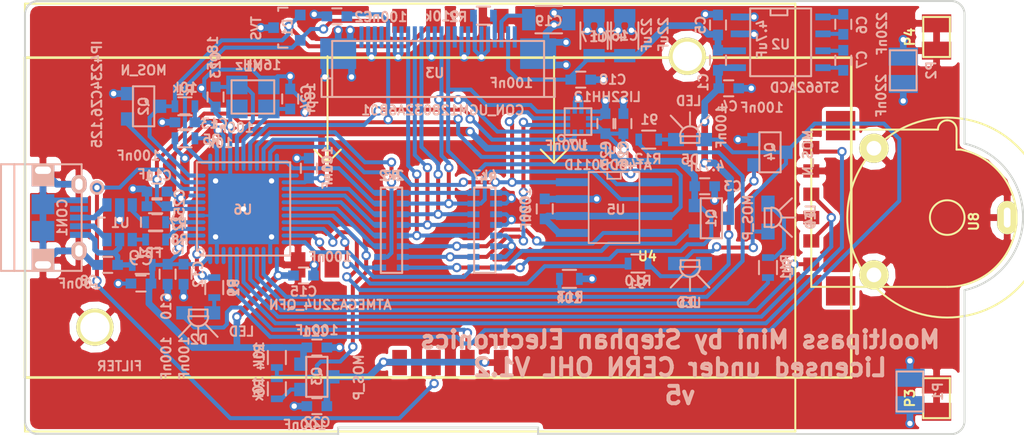
<source format=kicad_pcb>
(kicad_pcb (version 4) (host pcbnew 4.0.4-stable)
  (layers (0 F.Cu signal hide) (31 B.Cu signal) (34 B.Paste user) (35 F.Paste user) (36 B.SilkS user) (37 F.SilkS user) (38 B.Mask user) (39 F.Mask user) (44 Edge.Cuts user))
  (net 0 "")
  (net 1 +12V)
  (net 2 "Net-(C1-Pad2)")
  (net 3 GND)
  (net 4 +3V3)
  (net 5 +5V)
  (net 6 "Net-(C6-Pad1)")
  (net 7 "Net-(C6-Pad2)")
  (net 8 "Net-(C7-Pad1)")
  (net 9 "Net-(C7-Pad2)")
  (net 10 VCC)
  (net 11 "Net-(C19-Pad1)")
  (net 12 /VCC_SC)
  (net 13 "Net-(C23-Pad1)")
  (net 14 "Net-(C24-Pad1)")
  (net 15 "Net-(CON1-Pad2)")
  (net 16 "Net-(CON1-Pad3)")
  (net 17 /BL_POWER)
  (net 18 /SPI_MOSI)
  (net 19 /SC_IO)
  (net 20 /SC_POWER)
  (net 21 "Net-(R2-Pad1)")
  (net 22 /USB_D+)
  (net 23 "Net-(R7-Pad2)")
  (net 24 /USB_D-)
  (net 25 "Net-(R8-Pad2)")
  (net 26 /SPI2_CLK)
  (net 27 /SPI2_MOSI)
  (net 28 /SPI_SCK)
  (net 29 /SPI2_MISO)
  (net 30 /LCD_HV_SS)
  (net 31 /LCD_HV_nRES)
  (net 32 /LCD_HV_DnC)
  (net 33 /SPI2_HV_SCK)
  (net 34 /SPI2_HV_MOSI)
  (net 35 /LCD_SS)
  (net 36 /LCD_nRES)
  (net 37 /LCD_DnC)
  (net 38 /FLASH_nS)
  (net 39 /FLASH_HV_nS)
  (net 40 /SC_RST)
  (net 41 /SC_PGM)
  (net 42 /DETECT_SC)
  (net 43 /nRESET)
  (net 44 /ENC_SW)
  (net 45 "Net-(Q3-Pad1)")
  (net 46 /PWM_LED)
  (net 47 "Net-(D2-Pad1)")
  (net 48 /LED1)
  (net 49 "Net-(D2-Pad2)")
  (net 50 /LED2)
  (net 51 "Net-(D3-Pad2)")
  (net 52 /LED3)
  (net 53 "Net-(D4-Pad2)")
  (net 54 /LED4)
  (net 55 "Net-(D5-Pad2)")
  (net 56 /ENC_B)
  (net 57 /ENC_A)
  (net 58 /ACC_SS)
  (net 59 /ACC_INT)
  (net 60 /ACC_HV_SS)
  (net 61 "Net-(R3-Pad9)")
  (module _kicad4_lib:CON_SMARTCARD_5145300-3 (layer F.Cu) (at 149.7 71.65 180)
    (fp_text reference U4 (at 3 -15 180) (layer F.SilkS) (effects (font (size 0.7 0.7))))
    (fp_text value CON_SMARTCARD2)
    (pad FIX1 thru_hole circle (at 0 0 180) (size 2.8 2.8) (drill 2.2) (layers *.Cu *.Mask F.SilkS) (net 3 GND))
    (pad FIX2 thru_hole circle (at 44.45 -20.32 180) (size 2.8 2.8) (drill 2.2) (layers *.Cu *.Mask F.SilkS) (net 3 GND))
    (pad C1 smd rect (at 13.97 -22.98 180) (size 1.1 1.9) (layers F.Cu F.Paste F.Mask) (net 12 /VCC_SC))
    (pad C2 smd rect (at 16.51 -22.98 180) (size 1.1 1.9) (layers F.Cu F.Paste F.Mask) (net 40 /SC_RST))
    (pad C3 smd rect (at 19.05 -22.98 180) (size 1.1 1.9) (layers F.Cu F.Paste F.Mask) (net 28 /SPI_SCK))
    (pad C4 smd rect (at 21.59 -22.98 180) (size 1.1 1.9) (layers F.Cu F.Paste F.Mask) (net 12 /VCC_SC))
    (pad C5 smd rect (at 13.97 2.66 180) (size 1.1 1.8) (layers F.Cu F.Paste F.Mask) (net 3 GND))
    (pad C6 smd rect (at 16.51 2.66 180) (size 1.1 1.8) (layers F.Cu F.Paste F.Mask))
    (pad C7 smd rect (at 19.05 2.66 180) (size 1.1 1.8) (layers F.Cu F.Paste F.Mask) (net 19 /SC_IO))
    (pad C8 smd rect (at 21.59 2.66 180) (size 1.1 1.8) (layers F.Cu F.Paste F.Mask) (net 41 /SC_PGM))
    (pad S1 smd rect (at 26.67 -15.65 180) (size 1.1 1.9) (layers F.Cu F.Paste F.Mask) (net 42 /DETECT_SC))
    (pad S2 smd rect (at 29.21 -15.65 180) (size 1.1 1.9) (layers F.Cu F.Paste F.Mask) (net 3 GND))
  )
  (module limpkins_lib:RNETWORK8_0603 (layer B.Cu) (at 127.5 84.7 270)
    (fp_text reference R3 (at -4.05 0 360) (layer B.SilkS) (effects (font (size 0.7 0.7)) (justify mirror)))
    (fp_text value 2k2 (at -4.1 0 360) (layer B.SilkS) (effects (font (size 0.7 0.7)) (justify mirror)))
    (pad 1 smd rect (at -2.8 -0.85 270) (size 0.45 0.9) (layers B.Cu B.Paste B.Mask) (net 27 /SPI2_MOSI))
    (pad 2 smd rect (at -2 -0.85 270) (size 0.45 0.9) (layers B.Cu B.Paste B.Mask) (net 26 /SPI2_CLK))
    (pad 3 smd rect (at -1.2 -0.85 270) (size 0.45 0.9) (layers B.Cu B.Paste B.Mask) (net 37 /LCD_DnC))
    (pad 4 smd rect (at -0.4 -0.85 270) (size 0.45 0.9) (layers B.Cu B.Paste B.Mask) (net 36 /LCD_nRES))
    (pad 5 smd rect (at 0.4 -0.85 270) (size 0.45 0.9) (layers B.Cu B.Paste B.Mask) (net 35 /LCD_SS))
    (pad 6 smd rect (at 1.2 -0.85 270) (size 0.45 0.9) (layers B.Cu B.Paste B.Mask) (net 38 /FLASH_nS))
    (pad 7 smd rect (at 2 -0.85 270) (size 0.45 0.9) (layers B.Cu B.Paste B.Mask) (net 58 /ACC_SS))
    (pad 8 smd rect (at 2.8 -0.85 270) (size 0.45 0.9) (layers B.Cu B.Paste B.Mask) (net 5 +5V))
    (pad 9 smd rect (at 2.8 0.85 270) (size 0.45 0.9) (layers B.Cu B.Paste B.Mask) (net 61 "Net-(R3-Pad9)"))
    (pad 10 smd rect (at 2 0.85 270) (size 0.45 0.9) (layers B.Cu B.Paste B.Mask) (net 60 /ACC_HV_SS))
    (pad 11 smd rect (at 1.2 0.85 270) (size 0.45 0.9) (layers B.Cu B.Paste B.Mask) (net 39 /FLASH_HV_nS))
    (pad 12 smd rect (at 0.4 0.85 270) (size 0.45 0.9) (layers B.Cu B.Paste B.Mask) (net 30 /LCD_HV_SS))
    (pad 13 smd rect (at -0.4 0.85 270) (size 0.45 0.9) (layers B.Cu B.Paste B.Mask) (net 31 /LCD_HV_nRES))
    (pad 14 smd rect (at -1.2 0.85 270) (size 0.45 0.9) (layers B.Cu B.Paste B.Mask) (net 32 /LCD_HV_DnC))
    (pad 15 smd rect (at -2 0.85 270) (size 0.45 0.9) (layers B.Cu B.Paste B.Mask) (net 33 /SPI2_HV_SCK))
    (pad 16 smd rect (at -2.8 0.85 270) (size 0.45 0.9) (layers B.Cu B.Paste B.Mask) (net 34 /SPI2_HV_MOSI))
  )
  (module _kicad4_lib:CON_SFV24R-2STE1HLF (layer B.Cu) (at 136.75 70.5 180)
    (fp_text reference U3 (at 6 -2.4 180) (layer B.SilkS) (effects (font (size 0.7 0.7)) (justify mirror)))
    (fp_text value CON_UGM128032A6B01 (at 5.4 -5.2 180) (layer B.SilkS) (effects (font (size 0.7 0.7)) (justify mirror)))
    (pad 24 smd rect (at 0 0.3 180) (size 0.3 1.6) (layers B.Cu B.Paste B.Mask))
    (pad 23 smd rect (at 0.5 0.3 180) (size 0.3 1.6) (layers B.Cu B.Paste B.Mask) (net 1 +12V))
    (pad 22 smd rect (at 1 0.3 180) (size 0.3 1.6) (layers B.Cu B.Paste B.Mask) (net 11 "Net-(C19-Pad1)"))
    (pad 21 smd rect (at 1.5 0.3 180) (size 0.3 1.6) (layers B.Cu B.Paste B.Mask) (net 21 "Net-(R2-Pad1)"))
    (pad 20 smd rect (at 2 0.3 180) (size 0.3 1.6) (layers B.Cu B.Paste B.Mask) (net 3 GND))
    (pad 19 smd rect (at 2.5 0.3 180) (size 0.3 1.6) (layers B.Cu B.Paste B.Mask) (net 3 GND))
    (pad 18 smd rect (at 3 0.3 180) (size 0.3 1.6) (layers B.Cu B.Paste B.Mask) (net 3 GND))
    (pad 17 smd rect (at 3.5 0.3 180) (size 0.3 1.6) (layers B.Cu B.Paste B.Mask) (net 3 GND))
    (pad 16 smd rect (at 4 0.3 180) (size 0.3 1.6) (layers B.Cu B.Paste B.Mask) (net 3 GND))
    (pad 15 smd rect (at 4.5 0.3 180) (size 0.3 1.6) (layers B.Cu B.Paste B.Mask))
    (pad 14 smd rect (at 5 0.3 180) (size 0.3 1.6) (layers B.Cu B.Paste B.Mask) (net 27 /SPI2_MOSI))
    (pad 13 smd rect (at 5.5 0.3 180) (size 0.3 1.6) (layers B.Cu B.Paste B.Mask) (net 26 /SPI2_CLK))
    (pad 12 smd rect (at 6 0.3 180) (size 0.3 1.6) (layers B.Cu B.Paste B.Mask) (net 3 GND))
    (pad 11 smd rect (at 6.5 0.3 180) (size 0.3 1.6) (layers B.Cu B.Paste B.Mask) (net 3 GND))
    (pad 10 smd rect (at 7 0.3 180) (size 0.3 1.6) (layers B.Cu B.Paste B.Mask) (net 37 /LCD_DnC))
    (pad 9 smd rect (at 7.5 0.3 180) (size 0.3 1.6) (layers B.Cu B.Paste B.Mask) (net 36 /LCD_nRES))
    (pad 8 smd rect (at 8 0.3 180) (size 0.3 1.6) (layers B.Cu B.Paste B.Mask) (net 35 /LCD_SS))
    (pad 7 smd rect (at 8.5 0.3 180) (size 0.3 1.6) (layers B.Cu B.Paste B.Mask) (net 3 GND))
    (pad 6 smd rect (at 9 0.3 180) (size 0.3 1.6) (layers B.Cu B.Paste B.Mask) (net 3 GND))
    (pad 5 smd rect (at 9.5 0.3 180) (size 0.3 1.6) (layers B.Cu B.Paste B.Mask) (net 4 +3V3))
    (pad 4 smd rect (at 10 0.3 180) (size 0.3 1.6) (layers B.Cu B.Paste B.Mask))
    (pad 3 smd rect (at 10.5 0.3 180) (size 0.3 1.6) (layers B.Cu B.Paste B.Mask) (net 3 GND))
    (pad 2 smd rect (at 11 0.3 180) (size 0.3 1.6) (layers B.Cu B.Paste B.Mask) (net 3 GND))
    (pad 1 smd rect (at 11.5 0.3 180) (size 0.3 1.6) (layers B.Cu B.Paste B.Mask))
    (pad 25 smd rect (at -1.75 -0.95 180) (size 2.7 2.3) (layers B.Cu B.Paste B.Mask) (net 3 GND))
    (pad 26 smd rect (at 13.25 -0.95 180) (size 2.7 2.3) (layers B.Cu B.Paste B.Mask) (net 3 GND))
  )
  (module Capacitors_SMD:C_0603 (layer B.Cu) (at 152 71.95 270)
    (fp_text reference C1 (at 1.65 1.1 270) (layer B.SilkS) (effects (font (size 0.7 0.7)) (justify mirror)))
    (fp_text value 100nF (at 5 -0.25 270) (layer B.SilkS) (effects (font (size 0.7 0.7)) (justify mirror)))
    (pad 1 smd rect (at -0.75 0 270) (size 0.8 0.75) (layers B.Cu B.Paste B.Mask) (net 1 +12V))
    (pad 2 smd rect (at 0.75 0 270) (size 0.8 0.75) (layers B.Cu B.Paste B.Mask) (net 2 "Net-(C1-Pad2)"))
  )
  (module Capacitors_SMD:C_0603 (layer B.Cu) (at 123.4 68.65)
    (fp_text reference C2 (at 2 0.05) (layer B.SilkS) (effects (font (size 0.7 0.7)) (justify mirror)))
    (fp_text value 100nF (at 3.65 0.05) (layer B.SilkS) (effects (font (size 0.7 0.7)) (justify mirror)))
    (pad 1 smd rect (at -0.75 0) (size 0.8 0.75) (layers B.Cu B.Paste B.Mask) (net 3 GND))
    (pad 2 smd rect (at 0.75 0) (size 0.8 0.75) (layers B.Cu B.Paste B.Mask) (net 4 +3V3))
  )
  (module Capacitors_SMD:C_0603 (layer B.Cu) (at 151 81.4)
    (fp_text reference C3 (at 2.1 0) (layer B.SilkS) (effects (font (size 0.7 0.7)) (justify mirror)))
    (fp_text value 4.7uF (at 0.05 -1.5) (layer B.SilkS) (effects (font (size 0.7 0.7)) (justify mirror)))
    (pad 1 smd rect (at -0.75 0) (size 0.8 0.75) (layers B.Cu B.Paste B.Mask) (net 5 +5V))
    (pad 2 smd rect (at 0.75 0) (size 0.8 0.75) (layers B.Cu B.Paste B.Mask) (net 3 GND))
  )
  (module Capacitors_SMD:C_0603 (layer B.Cu) (at 152.8 74.05)
    (fp_text reference C4 (at 0 1.35) (layer B.SilkS) (effects (font (size 0.7 0.7)) (justify mirror)))
    (fp_text value 100nF (at 2.5 1.45) (layer B.SilkS) (effects (font (size 0.7 0.7)) (justify mirror)))
    (pad 1 smd rect (at -0.75 0) (size 0.8 0.75) (layers B.Cu B.Paste B.Mask) (net 2 "Net-(C1-Pad2)"))
    (pad 2 smd rect (at 0.75 0) (size 0.8 0.75) (layers B.Cu B.Paste B.Mask) (net 3 GND))
  )
  (module Capacitors_SMD:C_0603 (layer B.Cu) (at 152 69.3 90)
    (fp_text reference C5 (at 0 -1.3 90) (layer B.SilkS) (effects (font (size 0.7 0.7)) (justify mirror)))
    (fp_text value 4.7uF (at -1.05 3.3 90) (layer B.SilkS) (effects (font (size 0.7 0.7)) (justify mirror)))
    (pad 1 smd rect (at -0.75 0 90) (size 0.8 0.75) (layers B.Cu B.Paste B.Mask) (net 1 +12V))
    (pad 2 smd rect (at 0.75 0 90) (size 0.8 0.75) (layers B.Cu B.Paste B.Mask) (net 3 GND))
  )
  (module Capacitors_SMD:C_0603 (layer B.Cu) (at 161.4 69.25 90)
    (fp_text reference C6 (at -0.05 1.4 90) (layer B.SilkS) (effects (font (size 0.7 0.7)) (justify mirror)))
    (fp_text value 220nF (at -0.7 2.9 90) (layer B.SilkS) (effects (font (size 0.7 0.7)) (justify mirror)))
    (pad 1 smd rect (at -0.75 0 90) (size 0.8 0.75) (layers B.Cu B.Paste B.Mask) (net 6 "Net-(C6-Pad1)"))
    (pad 2 smd rect (at 0.75 0 90) (size 0.8 0.75) (layers B.Cu B.Paste B.Mask) (net 7 "Net-(C6-Pad2)"))
  )
  (module Capacitors_SMD:C_0603 (layer B.Cu) (at 161.4 71.95 270)
    (fp_text reference C7 (at -0.05 -1.4 450) (layer B.SilkS) (effects (font (size 0.7 0.7)) (justify mirror)))
    (fp_text value 220nF (at 2.65 -2.85 270) (layer B.SilkS) (effects (font (size 0.7 0.7)) (justify mirror)))
    (pad 1 smd rect (at -0.75 0 270) (size 0.8 0.75) (layers B.Cu B.Paste B.Mask) (net 8 "Net-(C7-Pad1)"))
    (pad 2 smd rect (at 0.75 0 270) (size 0.8 0.75) (layers B.Cu B.Paste B.Mask) (net 9 "Net-(C7-Pad2)"))
  )
  (module Capacitors_SMD:C_0603 (layer B.Cu) (at 106.2 87.3 180)
    (fp_text reference C8 (at 1.4 -1.2 180) (layer B.SilkS) (effects (font (size 0.7 0.7)) (justify mirror)))
    (fp_text value 100nF (at 2.1 -1.4 180) (layer B.SilkS) (effects (font (size 0.7 0.7)) (justify mirror)))
    (pad 1 smd rect (at -0.75 0 180) (size 0.8 0.75) (layers B.Cu B.Paste B.Mask) (net 10 VCC))
    (pad 2 smd rect (at 0.75 0 180) (size 0.8 0.75) (layers B.Cu B.Paste B.Mask) (net 3 GND))
  )
  (module Capacitors_SMD:C_0603 (layer B.Cu) (at 110.7 88 270)
    (fp_text reference C10 (at 2.4 0.1 270) (layer B.SilkS) (effects (font (size 0.7 0.7)) (justify mirror)))
    (fp_text value 100nF (at 6.3 0.1 270) (layer B.SilkS) (effects (font (size 0.7 0.7)) (justify mirror)))
    (pad 1 smd rect (at -0.75 0 270) (size 0.8 0.75) (layers B.Cu B.Paste B.Mask) (net 5 +5V))
    (pad 2 smd rect (at 0.75 0 270) (size 0.8 0.75) (layers B.Cu B.Paste B.Mask) (net 3 GND))
  )
  (module Capacitors_SMD:C_0603 (layer B.Cu) (at 109.9 81.8 180)
    (fp_text reference C11 (at -0.1 1.2 180) (layer B.SilkS) (effects (font (size 0.7 0.7)) (justify mirror)))
    (fp_text value 100nF (at 1.4 2.7 180) (layer B.SilkS) (effects (font (size 0.7 0.7)) (justify mirror)))
    (pad 1 smd rect (at -0.75 0 180) (size 0.8 0.75) (layers B.Cu B.Paste B.Mask) (net 5 +5V))
    (pad 2 smd rect (at 0.75 0 180) (size 0.8 0.75) (layers B.Cu B.Paste B.Mask) (net 3 GND))
  )
  (module Capacitors_SMD:C_0603 (layer B.Cu) (at 111.9 88 270)
    (fp_text reference C12 (at 0 -1.1 270) (layer B.SilkS) (effects (font (size 0.7 0.7)) (justify mirror)))
    (fp_text value 100nF (at 6.3 -0.05 270) (layer B.SilkS) (effects (font (size 0.7 0.7)) (justify mirror)))
    (pad 1 smd rect (at -0.75 0 270) (size 0.8 0.75) (layers B.Cu B.Paste B.Mask) (net 5 +5V))
    (pad 2 smd rect (at 0.75 0 270) (size 0.8 0.75) (layers B.Cu B.Paste B.Mask) (net 3 GND))
  )
  (module Capacitors_SMD:C_0603 (layer B.Cu) (at 112 76.6 180)
    (fp_text reference C13 (at -2.2 -0.1 180) (layer B.SilkS) (effects (font (size 0.7 0.7)) (justify mirror)))
    (fp_text value 100nF (at -3.55 -0.4 180) (layer B.SilkS) (effects (font (size 0.7 0.7)) (justify mirror)))
    (pad 1 smd rect (at -0.75 0 180) (size 0.8 0.75) (layers B.Cu B.Paste B.Mask) (net 5 +5V))
    (pad 2 smd rect (at 0.75 0 180) (size 0.8 0.75) (layers B.Cu B.Paste B.Mask) (net 3 GND))
  )
  (module Capacitors_SMD:C_0603 (layer B.Cu) (at 121.3 80.05 90)
    (fp_text reference C14 (at -0.05 1.4 90) (layer B.SilkS) (effects (font (size 0.7 0.7)) (justify mirror)))
    (fp_text value 100nF (at 0.05 1.4 90) (layer B.SilkS) (effects (font (size 0.7 0.7)) (justify mirror)))
    (pad 1 smd rect (at -0.75 0 90) (size 0.8 0.75) (layers B.Cu B.Paste B.Mask) (net 5 +5V))
    (pad 2 smd rect (at 0.75 0 90) (size 0.8 0.75) (layers B.Cu B.Paste B.Mask) (net 3 GND))
  )
  (module Capacitors_SMD:C_0603 (layer B.Cu) (at 120.9 88.1)
    (fp_text reference C15 (at 0 1.2) (layer B.SilkS) (effects (font (size 0.7 0.7)) (justify mirror)))
    (fp_text value 100nF (at 2 -1.4) (layer B.SilkS) (effects (font (size 0.7 0.7)) (justify mirror)))
    (pad 1 smd rect (at -0.75 0) (size 0.8 0.75) (layers B.Cu B.Paste B.Mask) (net 5 +5V))
    (pad 2 smd rect (at 0.75 0) (size 0.8 0.75) (layers B.Cu B.Paste B.Mask) (net 3 GND))
  )
  (module Capacitors_SMD:C_1206 (layer B.Cu) (at 145 70.1 90)
    (fp_text reference C16 (at 0 0 180) (layer B.SilkS) (effects (font (size 0.7 0.7)) (justify mirror)))
    (fp_text value 22uF (at 0.05 1.65 90) (layer B.SilkS) (effects (font (size 0.7 0.7)) (justify mirror)))
    (pad 1 smd rect (at -1.5 0 90) (size 1 1.6) (layers B.Cu B.Paste B.Mask) (net 1 +12V))
    (pad 2 smd rect (at 1.5 0 90) (size 1 1.6) (layers B.Cu B.Paste B.Mask) (net 3 GND))
  )
  (module Capacitors_SMD:C_1206 (layer B.Cu) (at 142.7 70.1 90)
    (fp_text reference C17 (at -0.1 0 180) (layer B.SilkS) (effects (font (size 0.7 0.7)) (justify mirror)))
    (fp_text value 22uF (at 0.1 5.2 90) (layer B.SilkS) (effects (font (size 0.7 0.7)) (justify mirror)))
    (pad 1 smd rect (at -1.5 0 90) (size 1 1.6) (layers B.Cu B.Paste B.Mask) (net 1 +12V))
    (pad 2 smd rect (at 1.5 0 90) (size 1 1.6) (layers B.Cu B.Paste B.Mask) (net 3 GND))
  )
  (module Capacitors_SMD:C_0603 (layer B.Cu) (at 141.7 73.4)
    (fp_text reference C18 (at 2.4 0) (layer B.SilkS) (effects (font (size 0.7 0.7)) (justify mirror)))
    (fp_text value 100nF (at -5.2 0.25) (layer B.SilkS) (effects (font (size 0.7 0.7)) (justify mirror)))
    (pad 1 smd rect (at -0.75 0) (size 0.8 0.75) (layers B.Cu B.Paste B.Mask) (net 1 +12V))
    (pad 2 smd rect (at 0.75 0) (size 0.8 0.75) (layers B.Cu B.Paste B.Mask) (net 3 GND))
  )
  (module Capacitors_SMD:C_1206 (layer B.Cu) (at 139.3 68.9)
    (fp_text reference C19 (at 0 0.1 180) (layer B.SilkS) (effects (font (size 0.7 0.7)) (justify mirror)))
    (fp_text value 4.7uF (at 4.45 1.25) (layer B.SilkS) (effects (font (size 0.7 0.7)) (justify mirror)))
    (pad 1 smd rect (at -1.5 0) (size 1 1.6) (layers B.Cu B.Paste B.Mask) (net 11 "Net-(C19-Pad1)"))
    (pad 2 smd rect (at 1.5 0) (size 1 1.6) (layers B.Cu B.Paste B.Mask) (net 3 GND))
  )
  (module Capacitors_SMD:C_0603 (layer B.Cu) (at 139 83.1 90)
    (fp_text reference C20 (at 0 -1.45 90) (layer B.SilkS) (effects (font (size 0.7 0.7)) (justify mirror)))
    (fp_text value 100nF (at 0 -1.4 90) (layer B.SilkS) (effects (font (size 0.7 0.7)) (justify mirror)))
    (pad 1 smd rect (at -0.75 0 90) (size 0.8 0.75) (layers B.Cu B.Paste B.Mask) (net 4 +3V3))
    (pad 2 smd rect (at 0.75 0 90) (size 0.8 0.75) (layers B.Cu B.Paste B.Mask) (net 3 GND))
  )
  (module Capacitors_SMD:C_0603 (layer B.Cu) (at 121.9 93.5)
    (fp_text reference C21 (at -0.1 -1.2) (layer B.SilkS) (effects (font (size 0.7 0.7)) (justify mirror)))
    (fp_text value 100nF (at 0 -1.3) (layer B.SilkS) (effects (font (size 0.7 0.7)) (justify mirror)))
    (pad 1 smd rect (at -0.75 0) (size 0.8 0.75) (layers B.Cu B.Paste B.Mask) (net 5 +5V))
    (pad 2 smd rect (at 0.75 0) (size 0.8 0.75) (layers B.Cu B.Paste B.Mask) (net 3 GND))
  )
  (module Capacitors_SMD:C_0603 (layer B.Cu) (at 121.9 97.9 180)
    (fp_text reference C22 (at 0 -1.2 180) (layer B.SilkS) (effects (font (size 0.7 0.7)) (justify mirror)))
    (fp_text value 100nF (at 0.9 -1.4 180) (layer B.SilkS) (effects (font (size 0.7 0.7)) (justify mirror)))
    (pad 1 smd rect (at -0.75 0 180) (size 0.8 0.75) (layers B.Cu B.Paste B.Mask) (net 12 /VCC_SC))
    (pad 2 smd rect (at 0.75 0 180) (size 0.8 0.75) (layers B.Cu B.Paste B.Mask) (net 3 GND))
  )
  (module Capacitors_SMD:C_0603 (layer B.Cu) (at 114.3 74.7 270)
    (fp_text reference C23 (at -2.4 0 270) (layer B.SilkS) (effects (font (size 0.7 0.7)) (justify mirror)))
    (fp_text value 18pF (at -3.3 0.2 270) (layer B.SilkS) (effects (font (size 0.7 0.7)) (justify mirror)))
    (pad 1 smd rect (at -0.75 0 270) (size 0.8 0.75) (layers B.Cu B.Paste B.Mask) (net 13 "Net-(C23-Pad1)"))
    (pad 2 smd rect (at 0.75 0 270) (size 0.8 0.75) (layers B.Cu B.Paste B.Mask) (net 3 GND))
  )
  (module Capacitors_SMD:C_0603 (layer B.Cu) (at 119.9 74.85 90)
    (fp_text reference C24 (at 0.05 1.2 90) (layer B.SilkS) (effects (font (size 0.7 0.7)) (justify mirror)))
    (fp_text value 18pF (at -0.05 1.5 90) (layer B.SilkS) (effects (font (size 0.7 0.7)) (justify mirror)))
    (pad 1 smd rect (at -0.75 0 90) (size 0.8 0.75) (layers B.Cu B.Paste B.Mask) (net 14 "Net-(C24-Pad1)"))
    (pad 2 smd rect (at 0.75 0 90) (size 0.8 0.75) (layers B.Cu B.Paste B.Mask) (net 3 GND))
  )
  (module Capacitors_SMD:C_0603 (layer B.Cu) (at 109.9 82.9 180)
    (fp_text reference C25 (at -1.7 0.3 270) (layer B.SilkS) (effects (font (size 0.7 0.7)) (justify mirror)))
    (fp_text value 1uF (at 0.5 2.4 180) (layer B.SilkS) (effects (font (size 0.7 0.7)) (justify mirror)))
    (pad 1 smd rect (at -0.75 0 180) (size 0.8 0.75) (layers B.Cu B.Paste B.Mask) (net 4 +3V3))
    (pad 2 smd rect (at 0.75 0 180) (size 0.8 0.75) (layers B.Cu B.Paste B.Mask) (net 3 GND))
  )
  (module limpkins_lib:CONUSB_10118194 (layer B.Cu) (at 104.05 83.75 90)
    (fp_text reference CON1 (at 0 -1.25 90) (layer B.SilkS) (effects (font (size 0.7 0.7)) (justify mirror)))
    (fp_text value CON_10118194-0001LF (at 0.05 -6.95 90) (layer B.SilkS) (effects (font (size 0.7 0.7)) (justify mirror)))
    (pad 1 smd rect (at -1.3 0 90) (size 0.45 1.35) (layers B.Cu B.Paste B.Mask) (net 10 VCC))
    (pad 2 smd rect (at -0.65 0 90) (size 0.45 1.35) (layers B.Cu B.Paste B.Mask) (net 15 "Net-(CON1-Pad2)"))
    (pad 3 smd rect (at 0 0 90) (size 0.45 1.35) (layers B.Cu B.Paste B.Mask) (net 16 "Net-(CON1-Pad3)"))
    (pad 4 smd rect (at 0.65 0 90) (size 0.45 1.35) (layers B.Cu B.Paste B.Mask))
    (pad 5 smd rect (at 1.3 0 90) (size 0.45 1.35) (layers B.Cu B.Paste B.Mask) (net 3 GND))
    (pad 6 thru_hole oval (at -2.5 0 90) (size 1.4 1.15) (drill oval 0.85 0.55) (layers *.Cu *.Mask B.SilkS) (net 3 GND))
    (pad 7 thru_hole oval (at 2.5 0 90) (size 1.4 1.15) (drill oval 0.85 0.55) (layers *.Cu *.Mask B.SilkS) (net 3 GND))
    (pad 8 thru_hole rect (at -3.55 -2.7 90) (size 1.7 1.7) (drill oval 0.55 1.2 (offset 0.35 0)) (layers *.Cu *.Mask B.SilkS) (net 3 GND))
    (pad 11 thru_hole rect (at 3.55 -2.7 270) (size 1.7 1.7) (drill oval 0.55 1.2 (offset 0.35 0)) (layers *.Cu *.Mask B.SilkS) (net 3 GND))
    (pad 9 smd rect (at -1 -2.7 270) (size 1.5 1.7) (layers B.Cu B.Paste B.Mask) (net 3 GND))
    (pad 10 smd rect (at 1 -2.7 270) (size 1.5 1.7) (layers B.Cu B.Paste B.Mask) (net 3 GND))
  )
  (module Resistors_SMD:R_0603 (layer B.Cu) (at 108.8 87.3)
    (fp_text reference FB1 (at 0.5 -0.9) (layer B.SilkS) (effects (font (size 0.7 0.7)) (justify mirror)))
    (fp_text value FILTER (at -1.7 7.6) (layer B.SilkS) (effects (font (size 0.7 0.7)) (justify mirror)))
    (pad 1 smd rect (at -0.75 0) (size 0.5 0.9) (layers B.Cu B.Paste B.Mask) (net 10 VCC))
    (pad 2 smd rect (at 0.75 0) (size 0.5 0.9) (layers B.Cu B.Paste B.Mask) (net 5 +5V))
  )
  (module Resistors_SMD:R_0603 (layer B.Cu) (at 112 75.4 180)
    (fp_text reference R1 (at 0 1.2 180) (layer B.SilkS) (effects (font (size 0.7 0.7)) (justify mirror)))
    (fp_text value 10k (at 0 1.4 180) (layer B.SilkS) (effects (font (size 0.7 0.7)) (justify mirror)))
    (pad 1 smd rect (at -0.75 0 180) (size 0.5 0.9) (layers B.Cu B.Paste B.Mask) (net 5 +5V))
    (pad 2 smd rect (at 0.75 0 180) (size 0.5 0.9) (layers B.Cu B.Paste B.Mask) (net 19 /SC_IO))
  )
  (module Resistors_SMD:R_0603 (layer B.Cu) (at 134.4 68.6 180)
    (fp_text reference R2 (at 1.9 -0.1 180) (layer B.SilkS) (effects (font (size 0.7 0.7)) (justify mirror)))
    (fp_text value 910k (at 3.1 -0.05 180) (layer B.SilkS) (effects (font (size 0.7 0.7)) (justify mirror)))
    (pad 1 smd rect (at -0.75 0 180) (size 0.5 0.9) (layers B.Cu B.Paste B.Mask) (net 21 "Net-(R2-Pad1)"))
    (pad 2 smd rect (at 0.75 0 180) (size 0.5 0.9) (layers B.Cu B.Paste B.Mask) (net 3 GND))
  )
  (module limpkins_lib:RNETWORK8_0603 (layer B.Cu) (at 134.5 84.7 270)
    (fp_text reference R4 (at -3.9 -0.25 360) (layer B.SilkS) (effects (font (size 0.7 0.7)) (justify mirror)))
    (fp_text value 4k7 (at -4.1 0 360) (layer B.SilkS) (effects (font (size 0.7 0.7)) (justify mirror)))
    (pad 1 smd rect (at -2.8 -0.85 270) (size 0.45 0.9) (layers B.Cu B.Paste B.Mask) (net 3 GND))
    (pad 2 smd rect (at -2 -0.85 270) (size 0.45 0.9) (layers B.Cu B.Paste B.Mask) (net 3 GND))
    (pad 3 smd rect (at -1.2 -0.85 270) (size 0.45 0.9) (layers B.Cu B.Paste B.Mask) (net 3 GND))
    (pad 4 smd rect (at -0.4 -0.85 270) (size 0.45 0.9) (layers B.Cu B.Paste B.Mask) (net 3 GND))
    (pad 5 smd rect (at 0.4 -0.85 270) (size 0.45 0.9) (layers B.Cu B.Paste B.Mask) (net 3 GND))
    (pad 6 smd rect (at 1.2 -0.85 270) (size 0.45 0.9) (layers B.Cu B.Paste B.Mask) (net 3 GND))
    (pad 7 smd rect (at 2 -0.85 270) (size 0.45 0.9) (layers B.Cu B.Paste B.Mask) (net 3 GND))
    (pad 8 smd rect (at 2.8 -0.85 270) (size 0.45 0.9) (layers B.Cu B.Paste B.Mask) (net 17 /BL_POWER))
    (pad 9 smd rect (at 2.8 0.85 270) (size 0.45 0.9) (layers B.Cu B.Paste B.Mask) (net 61 "Net-(R3-Pad9)"))
    (pad 10 smd rect (at 2 0.85 270) (size 0.45 0.9) (layers B.Cu B.Paste B.Mask) (net 58 /ACC_SS))
    (pad 11 smd rect (at 1.2 0.85 270) (size 0.45 0.9) (layers B.Cu B.Paste B.Mask) (net 38 /FLASH_nS))
    (pad 12 smd rect (at 0.4 0.85 270) (size 0.45 0.9) (layers B.Cu B.Paste B.Mask) (net 35 /LCD_SS))
    (pad 13 smd rect (at -0.4 0.85 270) (size 0.45 0.9) (layers B.Cu B.Paste B.Mask) (net 36 /LCD_nRES))
    (pad 14 smd rect (at -1.2 0.85 270) (size 0.45 0.9) (layers B.Cu B.Paste B.Mask) (net 37 /LCD_DnC))
    (pad 15 smd rect (at -2 0.85 270) (size 0.45 0.9) (layers B.Cu B.Paste B.Mask) (net 26 /SPI2_CLK))
    (pad 16 smd rect (at -2.8 0.85 270) (size 0.45 0.9) (layers B.Cu B.Paste B.Mask) (net 27 /SPI2_MOSI))
  )
  (module Resistors_SMD:R_0603 (layer B.Cu) (at 112 77.8 180)
    (fp_text reference R5 (at -2 -0.1 180) (layer B.SilkS) (effects (font (size 0.7 0.7)) (justify mirror)))
    (fp_text value 10k (at -2.65 -0.35 180) (layer B.SilkS) (effects (font (size 0.7 0.7)) (justify mirror)))
    (pad 1 smd rect (at -0.75 0 180) (size 0.5 0.9) (layers B.Cu B.Paste B.Mask) (net 43 /nRESET))
    (pad 2 smd rect (at 0.75 0 180) (size 0.5 0.9) (layers B.Cu B.Paste B.Mask) (net 5 +5V))
  )
  (module Resistors_SMD:R_0603 (layer B.Cu) (at 109.8 84.1)
    (fp_text reference R7 (at 1.7 0.1) (layer B.SilkS) (effects (font (size 0.7 0.7)) (justify mirror)))
    (fp_text value 22 (at 1.7 0 90) (layer B.SilkS) (effects (font (size 0.7 0.7)) (justify mirror)))
    (pad 1 smd rect (at -0.75 0) (size 0.5 0.9) (layers B.Cu B.Paste B.Mask) (net 22 /USB_D+))
    (pad 2 smd rect (at 0.75 0) (size 0.5 0.9) (layers B.Cu B.Paste B.Mask) (net 23 "Net-(R7-Pad2)"))
  )
  (module Resistors_SMD:R_0603 (layer B.Cu) (at 109.8 85.4)
    (fp_text reference R8 (at 1.8 0) (layer B.SilkS) (effects (font (size 0.7 0.7)) (justify mirror)))
    (fp_text value 22 (at 1.7 0.5 90) (layer B.SilkS) (effects (font (size 0.7 0.7)) (justify mirror)))
    (pad 1 smd rect (at -0.75 0) (size 0.5 0.9) (layers B.Cu B.Paste B.Mask) (net 24 /USB_D-))
    (pad 2 smd rect (at 0.75 0) (size 0.5 0.9) (layers B.Cu B.Paste B.Mask) (net 25 "Net-(R8-Pad2)"))
  )
  (module TO_SOT_Packages_SMD:TSOT-6-MK06A (layer B.Cu) (at 107.1 84.1)
    (fp_text reference U1 (at 0.05 0.05) (layer B.SilkS) (effects (font (size 0.7 0.7)) (justify mirror)))
    (fp_text value IP4234CZ6,125 (at -1.7 -9.6 90) (layer B.SilkS) (effects (font (size 0.7 0.7)) (justify mirror)))
    (pad 1 smd rect (at -0.94996 -1.30048) (size 0.69088 1.00076) (layers B.Cu B.Paste B.Mask) (net 16 "Net-(CON1-Pad3)"))
    (pad 2 smd rect (at 0 -1.30048) (size 0.69088 1.00076) (layers B.Cu B.Paste B.Mask) (net 3 GND))
    (pad 3 smd rect (at 0.94996 -1.30048) (size 0.69088 1.00076) (layers B.Cu B.Paste B.Mask) (net 22 /USB_D+))
    (pad 4 smd rect (at 0.94996 1.30048) (size 0.69088 1.00076) (layers B.Cu B.Paste B.Mask) (net 24 /USB_D-))
    (pad 5 smd rect (at 0 1.30048) (size 0.69088 1.00076) (layers B.Cu B.Paste B.Mask) (net 10 VCC))
    (pad 6 smd rect (at -0.94996 1.30048) (size 0.69088 1.00076) (layers B.Cu B.Paste B.Mask) (net 15 "Net-(CON1-Pad2)"))
  )
  (module SMD_Packages:SOIC-8-N (layer B.Cu) (at 156.7 70.6 270)
    (fp_text reference U2 (at 0.15 0 360) (layer B.SilkS) (effects (font (size 0.7 0.7)) (justify mirror)))
    (fp_text value ST662ACD (at 3.4 -1.8 360) (layer B.SilkS) (effects (font (size 0.7 0.7)) (justify mirror)))
    (pad 8 smd rect (at -1.905 3.175 270) (size 0.508 1.143) (layers B.Cu B.Paste B.Mask) (net 3 GND))
    (pad 7 smd rect (at -0.635 3.175 270) (size 0.508 1.143) (layers B.Cu B.Paste B.Mask) (net 3 GND))
    (pad 6 smd rect (at 0.635 3.175 270) (size 0.508 1.143) (layers B.Cu B.Paste B.Mask) (net 1 +12V))
    (pad 5 smd rect (at 1.905 3.175 270) (size 0.508 1.143) (layers B.Cu B.Paste B.Mask) (net 2 "Net-(C1-Pad2)"))
    (pad 4 smd rect (at 1.905 -3.175 270) (size 0.508 1.143) (layers B.Cu B.Paste B.Mask) (net 9 "Net-(C7-Pad2)"))
    (pad 3 smd rect (at 0.635 -3.175 270) (size 0.508 1.143) (layers B.Cu B.Paste B.Mask) (net 8 "Net-(C7-Pad1)"))
    (pad 2 smd rect (at -0.635 -3.175 270) (size 0.508 1.143) (layers B.Cu B.Paste B.Mask) (net 6 "Net-(C6-Pad1)"))
    (pad 1 smd rect (at -1.905 -3.175 270) (size 0.508 1.143) (layers B.Cu B.Paste B.Mask) (net 7 "Net-(C6-Pad2)"))
  )
  (module limpkins_lib:SO8EN (layer B.Cu) (at 144.2 83 270)
    (fp_text reference U5 (at 0.15 -0.15 360) (layer B.SilkS) (effects (font (size 0.7 0.7)) (justify mirror)))
    (fp_text value AT45DB011D (at -3.2 0.45 540) (layer B.SilkS) (effects (font (size 0.7 0.7)) (justify mirror)))
    (pad 8 smd rect (at -1.905 3.167 270) (size 0.59944 2.39954) (layers B.Cu B.Paste B.Mask) (net 29 /SPI2_MISO))
    (pad 1 smd rect (at -1.905 -3.167 270) (size 0.59944 2.39954) (layers B.Cu B.Paste B.Mask) (net 27 /SPI2_MOSI))
    (pad 7 smd rect (at -0.635 3.167 270) (size 0.59944 2.39954) (layers B.Cu B.Paste B.Mask) (net 3 GND))
    (pad 6 smd rect (at 0.635 3.167 270) (size 0.59944 2.39954) (layers B.Cu B.Paste B.Mask) (net 4 +3V3))
    (pad 5 smd rect (at 1.905 3.167 270) (size 0.59944 2.39954) (layers B.Cu B.Paste B.Mask) (net 4 +3V3))
    (pad 2 smd rect (at -0.635 -3.167 270) (size 0.59944 2.39954) (layers B.Cu B.Paste B.Mask) (net 26 /SPI2_CLK))
    (pad 3 smd rect (at 0.635 -3.167 270) (size 0.59944 2.39954) (layers B.Cu B.Paste B.Mask) (net 4 +3V3))
    (pad 4 smd rect (at 1.905 -3.167 270) (size 0.59944 2.39954) (layers B.Cu B.Paste B.Mask) (net 38 /FLASH_nS))
  )
  (module limpkins_lib:QFN44 (layer B.Cu) (at 116.4 83.1)
    (fp_text reference U6 (at -0.05 0.05) (layer B.SilkS) (effects (font (size 0.7 0.7)) (justify mirror)))
    (fp_text value ATMEGA32U4_QFN (at 6.5 7.2) (layer B.SilkS) (effects (font (size 0.7 0.7)) (justify mirror)))
    (pad 1 smd oval (at -3.5 2.5 270) (size 0.3 1.3) (layers B.Cu B.Paste B.Mask) (net 48 /LED1))
    (pad 2 smd oval (at -3.5 2 270) (size 0.3 1.3) (layers B.Cu B.Paste B.Mask) (net 5 +5V))
    (pad 3 smd oval (at -3.5 1.5 270) (size 0.3 1.3) (layers B.Cu B.Paste B.Mask) (net 25 "Net-(R8-Pad2)"))
    (pad 4 smd oval (at -3.5 1 270) (size 0.3 1.3) (layers B.Cu B.Paste B.Mask) (net 23 "Net-(R7-Pad2)"))
    (pad 5 smd oval (at -3.5 0.5 270) (size 0.3 1.3) (layers B.Cu B.Paste B.Mask) (net 3 GND))
    (pad 6 smd oval (at -3.5 0 270) (size 0.3 1.3) (layers B.Cu B.Paste B.Mask) (net 4 +3V3))
    (pad 7 smd oval (at -3.5 -0.5 270) (size 0.3 1.3) (layers B.Cu B.Paste B.Mask) (net 5 +5V))
    (pad 8 smd oval (at -3.5 -1 270) (size 0.3 1.3) (layers B.Cu B.Paste B.Mask))
    (pad 9 smd oval (at -3.5 -1.5 270) (size 0.3 1.3) (layers B.Cu B.Paste B.Mask) (net 28 /SPI_SCK))
    (pad 10 smd oval (at -3.5 -2 270) (size 0.3 1.3) (layers B.Cu B.Paste B.Mask) (net 18 /SPI_MOSI))
    (pad 11 smd oval (at -3.5 -2.5 270) (size 0.3 1.3) (layers B.Cu B.Paste B.Mask) (net 19 /SC_IO))
    (pad 12 smd oval (at -2.5 -3.5) (size 0.3 1.3) (layers B.Cu B.Paste B.Mask) (net 41 /SC_PGM))
    (pad 13 smd oval (at -2 -3.5) (size 0.3 1.3) (layers B.Cu B.Paste B.Mask) (net 43 /nRESET))
    (pad 14 smd oval (at -1.5 -3.5) (size 0.3 1.3) (layers B.Cu B.Paste B.Mask) (net 5 +5V))
    (pad 15 smd oval (at -1 -3.5) (size 0.3 1.3) (layers B.Cu B.Paste B.Mask) (net 3 GND))
    (pad 16 smd oval (at -0.5 -3.5) (size 0.3 1.3) (layers B.Cu B.Paste B.Mask) (net 13 "Net-(C23-Pad1)"))
    (pad 17 smd oval (at 0 -3.5) (size 0.3 1.3) (layers B.Cu B.Paste B.Mask) (net 14 "Net-(C24-Pad1)"))
    (pad 18 smd oval (at 0.5 -3.5) (size 0.3 1.3) (layers B.Cu B.Paste B.Mask) (net 59 /ACC_INT))
    (pad 19 smd oval (at 1 -3.5) (size 0.3 1.3) (layers B.Cu B.Paste B.Mask) (net 60 /ACC_HV_SS))
    (pad 20 smd oval (at 1.5 -3.5) (size 0.3 1.3) (layers B.Cu B.Paste B.Mask) (net 29 /SPI2_MISO))
    (pad 21 smd oval (at 2 -3.5) (size 0.3 1.3) (layers B.Cu B.Paste B.Mask) (net 34 /SPI2_HV_MOSI))
    (pad 22 smd oval (at 2.5 -3.5) (size 0.3 1.3) (layers B.Cu B.Paste B.Mask) (net 33 /SPI2_HV_SCK))
    (pad 23 smd oval (at 3.5 -2.5 270) (size 0.3 1.3) (layers B.Cu B.Paste B.Mask) (net 3 GND))
    (pad 24 smd oval (at 3.5 -2 270) (size 0.3 1.3) (layers B.Cu B.Paste B.Mask) (net 5 +5V))
    (pad 25 smd oval (at 3.5 -1.5 270) (size 0.3 1.3) (layers B.Cu B.Paste B.Mask) (net 32 /LCD_HV_DnC))
    (pad 26 smd oval (at 3.5 -1 270) (size 0.3 1.3) (layers B.Cu B.Paste B.Mask) (net 31 /LCD_HV_nRES))
    (pad 27 smd oval (at 3.5 -0.5 270) (size 0.3 1.3) (layers B.Cu B.Paste B.Mask) (net 30 /LCD_HV_SS))
    (pad 28 smd oval (at 3.5 0 270) (size 0.3 1.3) (layers B.Cu B.Paste B.Mask) (net 39 /FLASH_HV_nS))
    (pad 29 smd oval (at 3.5 0.5 270) (size 0.3 1.3) (layers B.Cu B.Paste B.Mask) (net 20 /SC_POWER))
    (pad 30 smd oval (at 3.5 1 270) (size 0.3 1.3) (layers B.Cu B.Paste B.Mask) (net 50 /LED2))
    (pad 31 smd oval (at 3.5 1.5 270) (size 0.3 1.3) (layers B.Cu B.Paste B.Mask) (net 46 /PWM_LED))
    (pad 32 smd oval (at 3.5 2 270) (size 0.3 1.3) (layers B.Cu B.Paste B.Mask) (net 42 /DETECT_SC))
    (pad 33 smd oval (at 3.5 2.5 270) (size 0.3 1.3) (layers B.Cu B.Paste B.Mask) (net 61 "Net-(R3-Pad9)"))
    (pad 34 smd oval (at 2.5 3.5) (size 0.3 1.3) (layers B.Cu B.Paste B.Mask) (net 5 +5V))
    (pad 35 smd oval (at 2 3.5) (size 0.3 1.3) (layers B.Cu B.Paste B.Mask) (net 3 GND))
    (pad 36 smd oval (at 1.5 3.5) (size 0.3 1.3) (layers B.Cu B.Paste B.Mask) (net 54 /LED4))
    (pad 37 smd oval (at 1 3.5) (size 0.3 1.3) (layers B.Cu B.Paste B.Mask) (net 52 /LED3))
    (pad 38 smd oval (at 0.5 3.5) (size 0.3 1.3) (layers B.Cu B.Paste B.Mask) (net 56 /ENC_B))
    (pad 39 smd oval (at 0 3.5) (size 0.3 1.3) (layers B.Cu B.Paste B.Mask) (net 44 /ENC_SW))
    (pad 40 smd oval (at -0.5 3.5) (size 0.3 1.3) (layers B.Cu B.Paste B.Mask) (net 57 /ENC_A))
    (pad 41 smd oval (at -1 3.5) (size 0.3 1.3) (layers B.Cu B.Paste B.Mask) (net 40 /SC_RST))
    (pad 42 smd oval (at -1.5 3.5) (size 0.3 1.3) (layers B.Cu B.Paste B.Mask))
    (pad 43 smd oval (at -2 3.5) (size 0.3 1.3) (layers B.Cu B.Paste B.Mask) (net 3 GND))
    (pad 44 smd oval (at -2.5 3.5) (size 0.3 1.3) (layers B.Cu B.Paste B.Mask) (net 5 +5V))
    (pad 45 smd rect (at 0 0) (size 5.3 5.3) (layers B.Cu B.Paste B.Mask) (net 3 GND))
  )
  (module limpkins_lib:XTAL_3.2_2.5 (layer B.Cu) (at 117.1 74.7)
    (fp_text reference X1 (at 0 -2.3) (layer B.SilkS) (effects (font (size 0.7 0.7)) (justify mirror)))
    (fp_text value 16MHz (at 0.4 -2.4) (layer B.SilkS) (effects (font (size 0.7 0.7)) (justify mirror)))
    (pad 1 smd rect (at -1.2 -0.9) (size 1.6 1.4) (layers B.Cu B.Paste B.Mask) (net 13 "Net-(C23-Pad1)"))
    (pad 2 smd rect (at 1.2 -0.9) (size 1.6 1.4) (layers B.Cu B.Paste B.Mask) (net 3 GND))
    (pad 3 smd rect (at 1.2 0.9) (size 1.6 1.4) (layers B.Cu B.Paste B.Mask) (net 14 "Net-(C24-Pad1)"))
    (pad 4 smd rect (at -1.2 0.9) (size 1.6 1.4) (layers B.Cu B.Paste B.Mask) (net 3 GND))
  )
  (module TO_SOT_Packages_SMD:SOT-23 (layer B.Cu) (at 119.65 69.5 270)
    (fp_text reference D1 (at 0 -0.05 270) (layer B.SilkS) (effects (font (size 0.7 0.7)) (justify mirror)))
    (fp_text value TVS (at 0.05 2.3 270) (layer B.SilkS) (effects (font (size 0.7 0.7)) (justify mirror)))
    (pad 1 smd rect (at -0.95 -1.00076 270) (size 0.8001 0.8001) (layers B.Cu B.Paste B.Mask) (net 19 /SC_IO))
    (pad 2 smd rect (at 0.95 -1.00076 270) (size 0.8001 0.8001) (layers B.Cu B.Paste B.Mask) (net 41 /SC_PGM))
    (pad 3 smd rect (at 0 0.99822 270) (size 0.8001 0.8001) (layers B.Cu B.Paste B.Mask) (net 3 GND))
  )
  (module _kicad4_lib:SOT23-3 (layer B.Cu) (at 151.5 83.8 90)
    (fp_text reference Q1 (at 0 0 90) (layer B.SilkS) (effects (font (size 0.7 0.7)) (justify mirror)))
    (fp_text value MOS_P (at 0.05 2.75 90) (layer B.SilkS) (effects (font (size 0.7 0.7)) (justify mirror)))
    (pad 1 smd rect (at -0.95 -1.2 90) (size 1 1) (layers B.Cu B.Paste B.Mask) (net 17 /BL_POWER))
    (pad 2 smd rect (at 0.95 -1.2 90) (size 1 1) (layers B.Cu B.Paste B.Mask) (net 5 +5V))
    (pad 3 smd rect (at 0 1.2 90) (size 1 1) (layers B.Cu B.Paste B.Mask) (net 2 "Net-(C1-Pad2)"))
  )
  (module _kicad4_lib:SOT23-3 (layer B.Cu) (at 108.9 75.4 90)
    (fp_text reference Q2 (at 0 0 90) (layer B.SilkS) (effects (font (size 0.7 0.7)) (justify mirror)))
    (fp_text value MOS_N (at 2.7 0 180) (layer B.SilkS) (effects (font (size 0.7 0.7)) (justify mirror)))
    (pad 1 smd rect (at -0.95 -1.2 90) (size 1 1) (layers B.Cu B.Paste B.Mask) (net 18 /SPI_MOSI))
    (pad 2 smd rect (at 0.95 -1.2 90) (size 1 1) (layers B.Cu B.Paste B.Mask) (net 3 GND))
    (pad 3 smd rect (at 0 1.2 90) (size 1 1) (layers B.Cu B.Paste B.Mask) (net 19 /SC_IO))
  )
  (module _kicad4_lib:SOT23-3 (layer B.Cu) (at 121.9 95.7 90)
    (fp_text reference Q3 (at 0.05 0 90) (layer B.SilkS) (effects (font (size 0.7 0.7)) (justify mirror)))
    (fp_text value MOS_P (at -0.05 3.15 270) (layer B.SilkS) (effects (font (size 0.7 0.7)) (justify mirror)))
    (pad 1 smd rect (at -0.95 -1.2 90) (size 1 1) (layers B.Cu B.Paste B.Mask) (net 45 "Net-(Q3-Pad1)"))
    (pad 2 smd rect (at 0.95 -1.2 90) (size 1 1) (layers B.Cu B.Paste B.Mask) (net 5 +5V))
    (pad 3 smd rect (at 0 1.2 90) (size 1 1) (layers B.Cu B.Paste B.Mask) (net 12 /VCC_SC))
  )
  (module _kicad4_lib:TS005_ENC_WHEEL_CLICK (layer F.Cu) (at 159 83.75 270)
    (fp_text reference U8 (at 0.3 -12.2 270) (layer F.SilkS) (effects (font (size 0.7 0.7))))
    (fp_text value TS005_WHEEL_CLICK)
    (pad S2 smd rect (at 0 0 270) (size 1 1.2) (layers F.Cu F.Paste F.Mask) (net 3 GND))
    (pad S1 smd rect (at 1.75 0 270) (size 1 1.2) (layers F.Cu F.Paste F.Mask) (net 44 /ENC_SW))
    (pad B smd rect (at 3.5 0 270) (size 1 1.2) (layers F.Cu F.Paste F.Mask) (net 56 /ENC_B))
    (pad S1 smd rect (at -1.75 0 270) (size 1 1.2) (layers F.Cu F.Paste F.Mask) (net 44 /ENC_SW))
    (pad COM smd rect (at -3.5 0 270) (size 1 1.2) (layers F.Cu F.Paste F.Mask) (net 3 GND))
    (pad A smd rect (at -5.25 0 270) (size 1 1.2) (layers F.Cu F.Paste F.Mask) (net 57 /ENC_A))
    (pad FIX1 smd rect (at -6.9 -2.2 270) (size 2.2 2.2) (layers F.Cu F.Paste F.Mask))
    (pad FIX2 smd rect (at 5.5 -2.2 270) (size 2.2 2.2) (layers F.Cu F.Paste F.Mask))
    (pad FIX3 thru_hole circle (at 4.3 -4.7 270) (size 2.2 2.2) (drill 1.1) (layers *.Cu *.Mask F.SilkS) (net 3 GND))
    (pad FIX4 thru_hole circle (at -5.2 -4.7 270) (size 2.2 2.2) (drill 1.1) (layers *.Cu *.Mask F.SilkS) (net 3 GND))
    (pad FIX5 thru_hole oval (at 0 -14.7 270) (size 2.5 1.5) (drill oval 1.5 0.5) (layers *.Cu *.Mask F.SilkS) (net 3 GND))
  )
  (module Resistors_SMD:R_0603 (layer B.Cu) (at 118.9 96.6 270)
    (fp_text reference R6 (at -0.1 1.3 270) (layer B.SilkS) (effects (font (size 0.7 0.7)) (justify mirror)))
    (fp_text value 10k (at 0 1.4 270) (layer B.SilkS) (effects (font (size 0.7 0.7)) (justify mirror)))
    (pad 1 smd rect (at -0.75 0 270) (size 0.5 0.9) (layers B.Cu B.Paste B.Mask) (net 20 /SC_POWER))
    (pad 2 smd rect (at 0.75 0 270) (size 0.5 0.9) (layers B.Cu B.Paste B.Mask) (net 45 "Net-(Q3-Pad1)"))
  )
  (module _kicad4_lib:SOT23-3 (layer B.Cu) (at 155.9 78.85 90)
    (fp_text reference Q4 (at 0.05 0 90) (layer B.SilkS) (effects (font (size 0.7 0.7)) (justify mirror)))
    (fp_text value MOS_N (at -0.05 2.85 90) (layer B.SilkS) (effects (font (size 0.7 0.7)) (justify mirror)))
    (pad 1 smd rect (at -0.95 -1.2 90) (size 1 1) (layers B.Cu B.Paste B.Mask) (net 46 /PWM_LED))
    (pad 2 smd rect (at 0.95 -1.2 90) (size 1 1) (layers B.Cu B.Paste B.Mask) (net 3 GND))
    (pad 3 smd rect (at 0 1.2 90) (size 1 1) (layers B.Cu B.Paste B.Mask) (net 47 "Net-(D2-Pad1)"))
  )
  (module Resistors_SMD:R_0603 (layer B.Cu) (at 114.2 89 270)
    (fp_text reference R9 (at 0 -1.4 270) (layer B.SilkS) (effects (font (size 0.7 0.7)) (justify mirror)))
    (fp_text value 91 (at 0 -1.5 450) (layer B.SilkS) (effects (font (size 0.7 0.7)) (justify mirror)))
    (pad 1 smd rect (at -0.75 0 270) (size 0.5 0.9) (layers B.Cu B.Paste B.Mask) (net 48 /LED1))
    (pad 2 smd rect (at 0.75 0 270) (size 0.5 0.9) (layers B.Cu B.Paste B.Mask) (net 49 "Net-(D2-Pad2)"))
  )
  (module Resistors_SMD:R_0603 (layer B.Cu) (at 146 87.2)
    (fp_text reference R10 (at 0 1.3) (layer B.SilkS) (effects (font (size 0.7 0.7)) (justify mirror)))
    (fp_text value 91 (at -0.1 1.5) (layer B.SilkS) (effects (font (size 0.7 0.7)) (justify mirror)))
    (pad 1 smd rect (at -0.75 0) (size 0.5 0.9) (layers B.Cu B.Paste B.Mask) (net 50 /LED2))
    (pad 2 smd rect (at 0.75 0) (size 0.5 0.9) (layers B.Cu B.Paste B.Mask) (net 51 "Net-(D3-Pad2)"))
  )
  (module Resistors_SMD:R_0603 (layer B.Cu) (at 155.75 87.5 90)
    (fp_text reference R11 (at 0 1.35 90) (layer B.SilkS) (effects (font (size 0.7 0.7)) (justify mirror)))
    (fp_text value 91 (at 0.05 1.5 90) (layer B.SilkS) (effects (font (size 0.7 0.7)) (justify mirror)))
    (pad 1 smd rect (at -0.75 0 90) (size 0.5 0.9) (layers B.Cu B.Paste B.Mask) (net 52 /LED3))
    (pad 2 smd rect (at 0.75 0 90) (size 0.5 0.9) (layers B.Cu B.Paste B.Mask) (net 53 "Net-(D4-Pad2)"))
  )
  (module Resistors_SMD:R_0603 (layer B.Cu) (at 146.8 77.9)
    (fp_text reference R12 (at -0.05 1.45) (layer B.SilkS) (effects (font (size 0.7 0.7)) (justify mirror)))
    (fp_text value 91 (at 0.05 -1.5) (layer B.SilkS) (effects (font (size 0.7 0.7)) (justify mirror)))
    (pad 1 smd rect (at -0.75 0) (size 0.5 0.9) (layers B.Cu B.Paste B.Mask) (net 54 /LED4))
    (pad 2 smd rect (at 0.75 0) (size 0.5 0.9) (layers B.Cu B.Paste B.Mask) (net 55 "Net-(D5-Pad2)"))
  )
  (module _kicad4_lib:LTST-S220TBKT (layer B.Cu) (at 113 90.9 90)
    (fp_text reference D2 (at -2 0.05 360) (layer B.SilkS) (effects (font (size 0.7 0.7)) (justify mirror)))
    (fp_text value LED (at -1.4 3.25 180) (layer B.SilkS) (effects (font (size 0.7 0.7)) (justify mirror)))
    (pad 1 smd rect (at 0 -1.05 90) (size 1 1.2) (layers B.Cu B.Paste B.Mask) (net 47 "Net-(D2-Pad1)"))
    (pad 2 smd rect (at 0 1.05 90) (size 1 1.2) (layers B.Cu B.Paste B.Mask) (net 49 "Net-(D2-Pad2)"))
  )
  (module _kicad4_lib:LTST-S220TBKT (layer B.Cu) (at 149.9 87.2 90)
    (fp_text reference D3 (at -2.9 -0.15 360) (layer B.SilkS) (effects (font (size 0.7 0.7)) (justify mirror)))
    (fp_text value LED (at -2.95 -0.1 180) (layer B.SilkS) (effects (font (size 0.7 0.7)) (justify mirror)))
    (pad 1 smd rect (at 0 -1.05 90) (size 1 1.2) (layers B.Cu B.Paste B.Mask) (net 47 "Net-(D2-Pad1)"))
    (pad 2 smd rect (at 0 1.05 90) (size 1 1.2) (layers B.Cu B.Paste B.Mask) (net 51 "Net-(D3-Pad2)"))
  )
  (module _kicad4_lib:LTST-S220TBKT (layer B.Cu) (at 155.75 83.75 180)
    (fp_text reference D4 (at -3.15 -0.05 450) (layer B.SilkS) (effects (font (size 0.7 0.7)) (justify mirror)))
    (fp_text value LED (at -3.2 0.05 450) (layer B.SilkS) (effects (font (size 0.7 0.7)) (justify mirror)))
    (pad 1 smd rect (at 0 -1.05 180) (size 1 1.2) (layers B.Cu B.Paste B.Mask) (net 47 "Net-(D2-Pad1)"))
    (pad 2 smd rect (at 0 1.05 180) (size 1 1.2) (layers B.Cu B.Paste B.Mask) (net 53 "Net-(D4-Pad2)"))
  )
  (module _kicad4_lib:LTST-S220TBKT (layer B.Cu) (at 149.9 77.9 270)
    (fp_text reference D5 (at 1.5 0 540) (layer B.SilkS) (effects (font (size 0.7 0.7)) (justify mirror)))
    (fp_text value LED (at -2.9 0.1 360) (layer B.SilkS) (effects (font (size 0.7 0.7)) (justify mirror)))
    (pad 1 smd rect (at 0 -1.05 270) (size 1 1.2) (layers B.Cu B.Paste B.Mask) (net 47 "Net-(D2-Pad1)"))
    (pad 2 smd rect (at 0 1.05 270) (size 1 1.2) (layers B.Cu B.Paste B.Mask) (net 55 "Net-(D5-Pad2)"))
  )
  (module Resistors_SMD:R_0603 (layer B.Cu) (at 140.85 88.35)
    (fp_text reference R13 (at 0.05 1.35) (layer B.SilkS) (effects (font (size 0.7 0.7)) (justify mirror)))
    (fp_text value 10k (at 0 1.45) (layer B.SilkS) (effects (font (size 0.7 0.7)) (justify mirror)))
    (pad 1 smd rect (at -0.75 0) (size 0.5 0.9) (layers B.Cu B.Paste B.Mask) (net 46 /PWM_LED))
    (pad 2 smd rect (at 0.75 0) (size 0.5 0.9) (layers B.Cu B.Paste B.Mask) (net 3 GND))
  )
  (module Capacitors_SMD:C_0603 (layer B.Cu) (at 144.9 76.7 90)
    (fp_text reference C26 (at -2.3 0 270) (layer B.SilkS) (effects (font (size 0.7 0.7)) (justify mirror)))
    (fp_text value 1uF (at -1.9 -0.8 180) (layer B.SilkS) (effects (font (size 0.7 0.7)) (justify mirror)))
    (pad 1 smd rect (at -0.75 0 90) (size 0.8 0.75) (layers B.Cu B.Paste B.Mask) (net 4 +3V3))
    (pad 2 smd rect (at 0.75 0 90) (size 0.8 0.75) (layers B.Cu B.Paste B.Mask) (net 3 GND))
  )
  (module Capacitors_SMD:C_0603 (layer B.Cu) (at 143.55 76.7 90)
    (fp_text reference C27 (at -2.3 0.05 270) (layer B.SilkS) (effects (font (size 0.7 0.7)) (justify mirror)))
    (fp_text value 100nF (at -1.65 -2.9 180) (layer B.SilkS) (effects (font (size 0.7 0.7)) (justify mirror)))
    (pad 1 smd rect (at -0.75 0 90) (size 0.8 0.75) (layers B.Cu B.Paste B.Mask) (net 4 +3V3))
    (pad 2 smd rect (at 0.75 0 90) (size 0.8 0.75) (layers B.Cu B.Paste B.Mask) (net 3 GND))
  )
  (module Resistors_SMD:R_0603 (layer B.Cu) (at 118.9 94.25 90)
    (fp_text reference R14 (at 0.05 -1.3 90) (layer B.SilkS) (effects (font (size 0.7 0.7)) (justify mirror)))
    (fp_text value 10k (at 0.25 -1.35 90) (layer B.SilkS) (effects (font (size 0.7 0.7)) (justify mirror)))
    (pad 1 smd rect (at -0.75 0 90) (size 0.5 0.9) (layers B.Cu B.Paste B.Mask) (net 20 /SC_POWER))
    (pad 2 smd rect (at 0.75 0 90) (size 0.5 0.9) (layers B.Cu B.Paste B.Mask) (net 5 +5V))
  )
  (module _kicad4_lib:LGA-12 (layer B.Cu) (at 141.5 76.55)
    (fp_text reference U7 (at 0 1.75) (layer B.SilkS) (effects (font (size 0.7 0.7)) (justify mirror)))
    (fp_text value LIS2HH12 (at 2.2 -1.85) (layer B.SilkS) (effects (font (size 0.7 0.7)) (justify mirror)))
    (pad 1 smd rect (at -0.75 0.75) (size 0.32 0.32) (layers B.Cu B.Paste B.Mask) (net 26 /SPI2_CLK))
    (pad 12 smd rect (at -0.25 0.75) (size 0.32 0.32) (layers B.Cu B.Paste B.Mask) (net 59 /ACC_INT))
    (pad 11 smd rect (at 0.25 0.75) (size 0.32 0.32) (layers B.Cu B.Paste B.Mask))
    (pad 10 smd rect (at 0.75 0.75) (size 0.32 0.32) (layers B.Cu B.Paste B.Mask) (net 4 +3V3))
    (pad 9 smd rect (at 0.75 0.25) (size 0.32 0.32) (layers B.Cu B.Paste B.Mask) (net 4 +3V3))
    (pad 8 smd rect (at 0.75 -0.25) (size 0.32 0.32) (layers B.Cu B.Paste B.Mask) (net 3 GND))
    (pad 7 smd rect (at 0.75 -0.75) (size 0.32 0.32) (layers B.Cu B.Paste B.Mask) (net 3 GND))
    (pad 6 smd rect (at 0.25 -0.75) (size 0.32 0.32) (layers B.Cu B.Paste B.Mask) (net 3 GND))
    (pad 5 smd rect (at -0.25 -0.75) (size 0.32 0.32) (layers B.Cu B.Paste B.Mask) (net 3 GND))
    (pad 4 smd rect (at -0.75 -0.75) (size 0.32 0.32) (layers B.Cu B.Paste B.Mask) (net 27 /SPI2_MOSI))
    (pad 3 smd rect (at -0.75 -0.25) (size 0.32 0.32) (layers B.Cu B.Paste B.Mask) (net 29 /SPI2_MISO))
    (pad 2 smd rect (at -0.75 0.25) (size 0.32 0.32) (layers B.Cu B.Paste B.Mask) (net 58 /ACC_SS))
  )
  (module _kicad4_lib:EMC_SMR-TS-3-3-2DGR2E-01 (layer B.Cu) (at 166.4 96.8 270)
    (fp_text reference P1 (at 0 -2.1 270) (layer B.SilkS) (effects (font (size 0.7 0.7)) (justify mirror)))
    (fp_text value EMC)
    (pad 1 smd rect (at -1.025 0 270) (size 1.35 2.2) (layers B.Cu B.Paste B.Mask) (net 3 GND))
    (pad 1 smd rect (at 1.025 0 270) (size 1.35 2.2) (layers B.Cu B.Paste B.Mask) (net 3 GND))
  )
  (module _kicad4_lib:EMC_SMR-TS-3-3-2DGR2E-01 (layer B.Cu) (at 165.9 72.7 270)
    (fp_text reference P2 (at 0 -2.1 270) (layer B.SilkS) (effects (font (size 0.7 0.7)) (justify mirror)))
    (fp_text value EMC)
    (pad 1 smd rect (at -1.025 0 270) (size 1.35 2.2) (layers B.Cu B.Paste B.Mask) (net 3 GND))
    (pad 1 smd rect (at 1.025 0 270) (size 1.35 2.2) (layers B.Cu B.Paste B.Mask) (net 3 GND))
  )
  (module _kicad4_lib:EMC_SMR-TS-3-3-2DGR2E-01 (layer F.Cu) (at 168.4 97.3 90)
    (fp_text reference P3 (at 0 -2 90) (layer F.SilkS) (effects (font (size 0.7 0.7))))
    (fp_text value EMC)
    (pad 1 smd rect (at -1.025 0 90) (size 1.35 2.2) (layers F.Cu F.Paste F.Mask) (net 3 GND))
    (pad 1 smd rect (at 1.025 0 90) (size 1.35 2.2) (layers F.Cu F.Paste F.Mask) (net 3 GND))
  )
  (module _kicad4_lib:EMC_SMR-TS-3-3-2DGR2E-01 (layer F.Cu) (at 168.4 70.2 90)
    (fp_text reference P4 (at 0 -2 90) (layer F.SilkS) (effects (font (size 0.7 0.7))))
    (fp_text value EMC)
    (pad 1 smd rect (at -1.025 0 90) (size 1.35 2.2) (layers F.Cu F.Paste F.Mask) (net 3 GND))
    (pad 1 smd rect (at 1.025 0 90) (size 1.35 2.2) (layers F.Cu F.Paste F.Mask) (net 3 GND))
  )
  (module Capacitors_SMD:C_0603 (layer B.Cu) (at 108.7 88.7 180)
    (fp_text reference C9 (at 0 1.9 180) (layer B.SilkS) (effects (justify mirror)))
    (fp_text value 4.7uF)
    (pad 1 smd rect (at -0.75 0 180) (size 0.8 0.75) (layers B.Cu B.Paste B.Mask) (net 5 +5V))
    (pad 2 smd rect (at 0.75 0 180) (size 0.8 0.75) (layers B.Cu B.Paste B.Mask) (net 3 GND))
  )
  (gr_circle (center 105.4 81.5) (end 105.85 81.5) (layer B.SilkS) (width 0.2))
  (gr_line (start 170.5 99) (end 170.5 89.2) (angle 90) (layer Edge.Cuts) (width 0.15))
  (gr_line (start 170.5 68.5) (end 170.5 78.2) (angle 90) (layer Edge.Cuts) (width 0.15))
  (gr_line (start 138.5 100) (end 138.5 99.5) (angle 90) (layer Edge.Cuts) (width 0.15))
  (gr_line (start 123.5 99.5) (end 138.5 99.5) (angle 90) (layer Edge.Cuts) (width 0.15))
  (gr_line (start 123.5 99.5) (end 123.5 100) (angle 90) (layer Edge.Cuts) (width 0.15))
  (gr_line (start 101 100) (end 123.5 100) (angle 90) (layer Edge.Cuts) (width 0.15))
  (gr_line (start 169.5 100) (end 138.5 100) (angle 90) (layer Edge.Cuts) (width 0.15))
  (gr_line (start 100 99) (end 100 68.5) (angle 90) (layer Edge.Cuts) (width 0.15))
  (gr_arc (start 101 68.5) (end 100 68.5) (angle 90) (layer Edge.Cuts) (width 0.15))
  (gr_line (start 169.5 67.5) (end 101 67.5) (angle 90) (layer Edge.Cuts) (width 0.15))
  (gr_arc (start 169.5 99) (end 170.5 99) (angle 90) (layer Edge.Cuts) (width 0.15))
  (gr_arc (start 169.5 68.5) (end 169.5 67.5) (angle 90) (layer Edge.Cuts) (width 0.15))
  (gr_arc (start 169.25 83.7) (end 174.75 82.45) (angle 90) (layer Edge.Cuts) (width 0.15))
  (gr_arc (start 169.25 83.7) (end 170.5 78.2) (angle 90) (layer Edge.Cuts) (width 0.15))
  (gr_arc (start 101 99) (end 101 100) (angle 90) (layer Edge.Cuts) (width 0.15))
  (gr_text "Mooltipass Mini by Stephan Electronics\nLicensed under CERN OHL V1.2\nv5" (at 149.15 95) (layer B.SilkS) (effects (font (size 1.3 1.3) (thickness 0.3)) (justify mirror)))
  (gr_line (start 100 71.75) (end 100 95.75) (angle 90) (layer F.SilkS) (width 0.2))
  (gr_line (start 162 71.75) (end 100 71.75) (angle 90) (layer F.SilkS) (width 0.2))
  (gr_line (start 162 95.75) (end 162 71.75) (angle 90) (layer F.SilkS) (width 0.2))
  (gr_line (start 100 95.75) (end 162 95.75) (angle 90) (layer F.SilkS) (width 0.2))
  (segment (start 152 71.2) (end 152 70) (width 0.5) (layer B.Cu) (net 1))
  (segment (start 153.525 71.235) (end 152.035 71.235) (width 0.5) (layer B.Cu) (net 1))
  (segment (start 152.035 71.235) (end 152 71.2) (width 0.5) (layer B.Cu) (net 1))
  (segment (start 152 70) (end 151.25 70) (width 0.5) (layer B.Cu) (net 1))
  (segment (start 151.25 70) (end 150.6 69.35) (width 0.5) (layer B.Cu) (net 1))
  (segment (start 150.6 69.35) (end 148.15 69.35) (width 0.5) (layer B.Cu) (net 1))
  (segment (start 148.15 69.35) (end 145.9 71.6) (width 0.5) (layer B.Cu) (net 1))
  (segment (start 145.9 71.6) (end 145 71.6) (width 0.5) (layer B.Cu) (net 1))
  (segment (start 142.7 71.6) (end 145 71.6) (width 0.5) (layer B.Cu) (net 1))
  (segment (start 140.95 73.4) (end 140.95 73.15) (width 0.3) (layer B.Cu) (net 1))
  (segment (start 140.95 73.15) (end 142.5 71.6) (width 0.3) (layer B.Cu) (net 1))
  (segment (start 142.5 71.6) (end 142.7 71.6) (width 0.3) (layer B.Cu) (net 1))
  (segment (start 136.25 70.2) (end 136.25 72.65) (width 0.3) (layer B.Cu) (net 1))
  (segment (start 137 73.4) (end 140.95 73.4) (width 0.3) (layer B.Cu) (net 1))
  (segment (start 136.25 72.65) (end 137 73.4) (width 0.3) (layer B.Cu) (net 1))
  (segment (start 152.7 83.8) (end 152.95 83.55) (width 0.5) (layer B.Cu) (net 2))
  (segment (start 152.95 83.55) (end 152.95 80.85) (width 0.5) (layer B.Cu) (net 2))
  (segment (start 152.95 80.85) (end 151.75 79.65) (width 0.5) (layer B.Cu) (net 2))
  (segment (start 151.75 79.65) (end 151 79.65) (width 0.5) (layer B.Cu) (net 2))
  (via (at 151 79.65) (size 0.7) (drill 0.4) (layers F.Cu B.Cu) (net 2))
  (segment (start 151 79.65) (end 151 76.55) (width 0.5) (layer F.Cu) (net 2))
  (via (at 151 76.55) (size 0.7) (drill 0.4) (layers F.Cu B.Cu) (net 2))
  (segment (start 151 76.55) (end 151 75.1) (width 0.5) (layer B.Cu) (net 2))
  (segment (start 151 75.1) (end 152.05 74.05) (width 0.5) (layer B.Cu) (net 2))
  (segment (start 152.05 74.05) (end 152.05 72.75) (width 0.5) (layer B.Cu) (net 2))
  (segment (start 152.05 72.75) (end 152 72.7) (width 0.5) (layer B.Cu) (net 2))
  (segment (start 151.99822 74.10178) (end 152.05 74.05) (width 0.5) (layer B.Cu) (net 2))
  (segment (start 153.525 72.505) (end 152.195 72.505) (width 0.5) (layer B.Cu) (net 2))
  (segment (start 152.195 72.505) (end 152 72.7) (width 0.5) (layer B.Cu) (net 2))
  (segment (start 142.25 75.8) (end 143.4 75.8) (width 0.3) (layer B.Cu) (net 3))
  (segment (start 143.4 75.8) (end 143.55 75.95) (width 0.3) (layer B.Cu) (net 3))
  (segment (start 142.25 76.3) (end 143.2 76.3) (width 0.3) (layer B.Cu) (net 3))
  (segment (start 143.2 76.3) (end 143.55 75.95) (width 0.3) (layer B.Cu) (net 3))
  (segment (start 141.75 75.8) (end 141.75 75.05) (width 0.3) (layer B.Cu) (net 3))
  (segment (start 141.25 75.05) (end 141.5 74.8) (width 0.3) (layer B.Cu) (net 3))
  (via (at 141.5 74.8) (size 0.7) (drill 0.4) (layers F.Cu B.Cu) (net 3))
  (segment (start 141.25 75.05) (end 141.25 75.8) (width 0.3) (layer B.Cu) (net 3))
  (segment (start 141.75 75.05) (end 141.5 74.8) (width 0.3) (layer B.Cu) (net 3))
  (segment (start 107.95 88.7) (end 107 88.7) (width 0.3) (layer B.Cu) (net 3))
  (via (at 107 88.7) (size 0.7) (drill 0.4) (layers F.Cu B.Cu) (net 3))
  (segment (start 165.9 73.725) (end 165.9 75) (width 0.5) (layer B.Cu) (net 3))
  (via (at 165.9 75) (size 0.7) (drill 0.4) (layers F.Cu B.Cu) (net 3))
  (segment (start 165.9 71.675) (end 165.9 70.4) (width 0.5) (layer B.Cu) (net 3))
  (via (at 165.9 70.4) (size 0.7) (drill 0.4) (layers F.Cu B.Cu) (net 3))
  (segment (start 166.4 95.775) (end 166.4 94.5) (width 0.5) (layer B.Cu) (net 3))
  (via (at 166.4 94.5) (size 0.7) (drill 0.4) (layers F.Cu B.Cu) (net 3))
  (segment (start 166.4 97.825) (end 166.4 99.2) (width 0.5) (layer B.Cu) (net 3))
  (via (at 166.4 99.2) (size 0.7) (drill 0.4) (layers F.Cu B.Cu) (net 3))
  (segment (start 113.45 74.05) (end 113.25 74.05) (width 0.3) (layer B.Cu) (net 3))
  (via (at 113.25 74.05) (size 0.7) (drill 0.4) (layers F.Cu B.Cu) (net 3))
  (segment (start 122.65 68.65) (end 122.55 68.55) (width 0.5) (layer B.Cu) (net 3))
  (segment (start 122.55 68.55) (end 121.75 68.55) (width 0.5) (layer B.Cu) (net 3))
  (segment (start 121.75 68.55) (end 121.7 68.5) (width 0.5) (layer B.Cu) (net 3))
  (segment (start 121.7 68.5) (end 121.4 68.8) (width 0.3) (layer F.Cu) (net 3))
  (via (at 121.7 68.5) (size 0.7) (drill 0.4) (layers F.Cu B.Cu) (net 3))
  (via (at 123.5 69.7) (size 0.7) (drill 0.4) (layers F.Cu B.Cu) (net 3))
  (segment (start 123.5 69.7) (end 123.5 71.45) (width 0.5) (layer B.Cu) (net 3))
  (segment (start 123.5 70) (end 123.5 69.7) (width 0.3) (layer F.Cu) (net 3))
  (segment (start 123.15 70.35) (end 123.5 70) (width 0.3) (layer F.Cu) (net 3))
  (segment (start 121.85 70.35) (end 123.15 70.35) (width 0.3) (layer F.Cu) (net 3))
  (segment (start 121.4 69.9) (end 121.85 70.35) (width 0.3) (layer F.Cu) (net 3))
  (segment (start 121.4 68.8) (end 121.4 69.9) (width 0.3) (layer F.Cu) (net 3))
  (segment (start 144.9 75.95) (end 144.9 75) (width 0.5) (layer B.Cu) (net 3))
  (via (at 144.9 75) (size 0.7) (drill 0.4) (layers F.Cu B.Cu) (net 3))
  (segment (start 143.55 75.95) (end 143.55 75) (width 0.5) (layer B.Cu) (net 3))
  (via (at 143.55 75) (size 0.7) (drill 0.4) (layers F.Cu B.Cu) (net 3))
  (segment (start 135.35 85.1) (end 136.1 85.1) (width 0.3) (layer B.Cu) (net 3))
  (via (at 136.5 85.9) (size 0.7) (drill 0.4) (layers F.Cu B.Cu) (net 3))
  (segment (start 136.5 85.5) (end 136.5 85.9) (width 0.3) (layer B.Cu) (net 3))
  (segment (start 136.1 85.1) (end 136.5 85.5) (width 0.3) (layer B.Cu) (net 3))
  (segment (start 135.35 86.7) (end 136.05 86.7) (width 0.3) (layer B.Cu) (net 3))
  (segment (start 136.5 85.9) (end 135.35 85.9) (width 0.3) (layer B.Cu) (net 3))
  (segment (start 136.5 86.25) (end 136.5 85.9) (width 0.3) (layer B.Cu) (net 3))
  (segment (start 136.05 86.7) (end 136.5 86.25) (width 0.3) (layer B.Cu) (net 3))
  (segment (start 119.9 74.1) (end 119.95 74.1) (width 0.3) (layer B.Cu) (net 3))
  (segment (start 119.95 74.1) (end 121 75.15) (width 0.3) (layer B.Cu) (net 3))
  (via (at 121 75.85) (size 0.7) (drill 0.4) (layers F.Cu B.Cu) (net 3))
  (segment (start 121 75.15) (end 121 75.85) (width 0.3) (layer B.Cu) (net 3))
  (segment (start 114.3 85.2) (end 113 85.2) (width 0.2) (layer F.Cu) (net 3))
  (via (at 110.7 89.7) (size 0.7) (drill 0.4) (layers F.Cu B.Cu) (net 3))
  (segment (start 110.7 89.7) (end 110.7 88.75) (width 0.5) (layer B.Cu) (net 3))
  (segment (start 110.7 87.95) (end 110.7 89.7) (width 0.2) (layer F.Cu) (net 3))
  (segment (start 112.25 86.4) (end 110.7 87.95) (width 0.2) (layer F.Cu) (net 3))
  (segment (start 112.25 85.95) (end 112.25 86.4) (width 0.2) (layer F.Cu) (net 3))
  (segment (start 113 85.2) (end 112.25 85.95) (width 0.2) (layer F.Cu) (net 3))
  (segment (start 141.6 88.35) (end 142.55 88.35) (width 0.5) (layer B.Cu) (net 3))
  (via (at 142.55 88.35) (size 0.7) (drill 0.4) (layers F.Cu B.Cu) (net 3))
  (segment (start 151.75 81.4) (end 151.75 82.45) (width 0.5) (layer B.Cu) (net 3))
  (via (at 151.75 82.45) (size 0.7) (drill 0.4) (layers F.Cu B.Cu) (net 3))
  (segment (start 154.7 77.9) (end 153.5 77.9) (width 0.5) (layer B.Cu) (net 3))
  (via (at 153.5 77.9) (size 0.7) (drill 0.4) (layers F.Cu B.Cu) (net 3))
  (segment (start 107.7 74.45) (end 106.65 74.45) (width 0.5) (layer B.Cu) (net 3))
  (via (at 106.65 74.45) (size 0.7) (drill 0.4) (layers F.Cu B.Cu) (net 3))
  (segment (start 123.5 71.45) (end 124.5 72.45) (width 0.5) (layer B.Cu) (net 3))
  (segment (start 124.5 72.45) (end 124.5 73.2) (width 0.5) (layer B.Cu) (net 3))
  (via (at 124.5 73.2) (size 0.7) (drill 0.4) (layers F.Cu B.Cu) (net 3))
  (segment (start 123.5 71.45) (end 122.5 72.45) (width 0.5) (layer B.Cu) (net 3))
  (segment (start 122.5 72.45) (end 122.5 73.2) (width 0.5) (layer B.Cu) (net 3))
  (via (at 122.5 73.2) (size 0.7) (drill 0.4) (layers F.Cu B.Cu) (net 3))
  (segment (start 126.25 70.2) (end 126.25 71.45) (width 0.3) (layer B.Cu) (net 3))
  (segment (start 125.75 71.45) (end 126 71.7) (width 0.3) (layer B.Cu) (net 3))
  (via (at 126 71.7) (size 0.7) (drill 0.4) (layers F.Cu B.Cu) (net 3))
  (segment (start 125.75 71.45) (end 125.75 70.2) (width 0.3) (layer B.Cu) (net 3))
  (segment (start 126.25 71.45) (end 126 71.7) (width 0.3) (layer B.Cu) (net 3))
  (segment (start 128.25 70.2) (end 128.25 71.45) (width 0.3) (layer B.Cu) (net 3))
  (segment (start 127.75 71.45) (end 127.75 70.2) (width 0.3) (layer B.Cu) (net 3))
  (segment (start 128 71.7) (end 127.75 71.45) (width 0.3) (layer B.Cu) (net 3))
  (via (at 128 71.7) (size 0.7) (drill 0.4) (layers F.Cu B.Cu) (net 3))
  (segment (start 128.25 71.45) (end 128 71.7) (width 0.3) (layer B.Cu) (net 3))
  (segment (start 130.75 70.2) (end 130.75 71.45) (width 0.3) (layer B.Cu) (net 3))
  (segment (start 130.25 71.45) (end 130.5 71.7) (width 0.3) (layer B.Cu) (net 3))
  (via (at 130.5 71.7) (size 0.7) (drill 0.4) (layers F.Cu B.Cu) (net 3))
  (segment (start 130.25 71.45) (end 130.25 70.2) (width 0.3) (layer B.Cu) (net 3))
  (segment (start 130.75 71.45) (end 130.5 71.7) (width 0.3) (layer B.Cu) (net 3))
  (segment (start 133.25 70.2) (end 133.25 71.4) (width 0.3) (layer B.Cu) (net 3))
  (segment (start 132.75 71.5) (end 132.95 71.7) (width 0.3) (layer B.Cu) (net 3))
  (via (at 132.95 71.7) (size 0.7) (drill 0.4) (layers F.Cu B.Cu) (net 3))
  (segment (start 132.75 71.5) (end 132.75 70.2) (width 0.3) (layer B.Cu) (net 3))
  (segment (start 133.25 71.4) (end 132.95 71.7) (width 0.3) (layer B.Cu) (net 3))
  (segment (start 123.5 71.45) (end 123.05 71.9) (width 0.5) (layer B.Cu) (net 3))
  (segment (start 123.5 71.45) (end 124.4 70.55) (width 0.3) (layer B.Cu) (net 3))
  (segment (start 124.4 70.55) (end 124.4 69.7) (width 0.5) (layer B.Cu) (net 3))
  (via (at 124.4 69.7) (size 0.7) (drill 0.4) (layers F.Cu B.Cu) (net 3))
  (segment (start 123.5 71.45) (end 122.5 70.45) (width 0.3) (layer B.Cu) (net 3))
  (segment (start 118.65178 69.5) (end 117.7 69.5) (width 0.5) (layer B.Cu) (net 3))
  (via (at 117.7 69.5) (size 0.7) (drill 0.4) (layers F.Cu B.Cu) (net 3))
  (segment (start 115.4 76.9) (end 115 76.5) (width 0.3) (layer F.Cu) (net 3))
  (via (at 108.1 81.6) (size 0.7) (drill 0.4) (layers F.Cu B.Cu) (net 3))
  (segment (start 108.1 81.6) (end 108.95 81.6) (width 0.5) (layer B.Cu) (net 3))
  (via (at 115.4 76.9) (size 0.7) (drill 0.4) (layers F.Cu B.Cu) (net 3))
  (segment (start 108.7 82.2) (end 108.1 81.6) (width 0.3) (layer F.Cu) (net 3))
  (segment (start 110.2 82.2) (end 108.7 82.2) (width 0.3) (layer F.Cu) (net 3))
  (segment (start 110.9 81.5) (end 110.2 82.2) (width 0.3) (layer F.Cu) (net 3))
  (segment (start 110.9 79.3) (end 110.9 81.5) (width 0.3) (layer F.Cu) (net 3))
  (segment (start 113.7 76.5) (end 110.9 79.3) (width 0.3) (layer F.Cu) (net 3))
  (segment (start 115 76.5) (end 113.7 76.5) (width 0.3) (layer F.Cu) (net 3))
  (segment (start 142.45 73.4) (end 143.4 73.4) (width 0.5) (layer B.Cu) (net 3))
  (via (at 143.4 73.4) (size 0.7) (drill 0.4) (layers F.Cu B.Cu) (net 3))
  (segment (start 153.55 74.05) (end 154.5 74.05) (width 0.5) (layer B.Cu) (net 3))
  (via (at 154.5 74.05) (size 0.7) (drill 0.4) (layers F.Cu B.Cu) (net 3))
  (segment (start 153.525 69.965) (end 154.665 69.965) (width 0.5) (layer B.Cu) (net 3))
  (via (at 154.7 70) (size 0.7) (drill 0.4) (layers F.Cu B.Cu) (net 3))
  (segment (start 154.665 69.965) (end 154.7 70) (width 0.5) (layer B.Cu) (net 3))
  (segment (start 153.525 68.695) (end 154.695 68.695) (width 0.5) (layer B.Cu) (net 3))
  (via (at 154.7 68.7) (size 0.7) (drill 0.4) (layers F.Cu B.Cu) (net 3))
  (segment (start 154.695 68.695) (end 154.7 68.7) (width 0.5) (layer B.Cu) (net 3))
  (segment (start 152 68.5) (end 151.05 68.5) (width 0.5) (layer B.Cu) (net 3))
  (via (at 151.05 68.5) (size 0.7) (drill 0.4) (layers F.Cu B.Cu) (net 3))
  (segment (start 133.75 70.2) (end 133.75 71.2) (width 0.3) (layer B.Cu) (net 3))
  (via (at 134.25 71.7) (size 0.7) (drill 0.4) (layers F.Cu B.Cu) (net 3))
  (segment (start 134.75 71.2) (end 134.25 71.7) (width 0.3) (layer B.Cu) (net 3))
  (segment (start 134.75 70.2) (end 134.75 71.2) (width 0.3) (layer B.Cu) (net 3))
  (segment (start 134.25 71.7) (end 134.25 70.2) (width 0.3) (layer B.Cu) (net 3))
  (segment (start 133.75 71.2) (end 134.25 71.7) (width 0.3) (layer B.Cu) (net 3))
  (segment (start 145 68.6) (end 145.5 69.1) (width 0.5) (layer B.Cu) (net 3))
  (segment (start 145.5 69.1) (end 145.5 69.7) (width 0.5) (layer B.Cu) (net 3))
  (via (at 145.5 69.7) (size 0.7) (drill 0.4) (layers F.Cu B.Cu) (net 3))
  (segment (start 145 68.6) (end 144.5 69.1) (width 0.5) (layer B.Cu) (net 3))
  (segment (start 144.5 69.1) (end 144.5 69.7) (width 0.5) (layer B.Cu) (net 3))
  (via (at 144.5 69.7) (size 0.7) (drill 0.4) (layers F.Cu B.Cu) (net 3))
  (segment (start 142.7 68.6) (end 143.2 69.1) (width 0.5) (layer B.Cu) (net 3))
  (segment (start 143.2 69.1) (end 143.2 69.7) (width 0.5) (layer B.Cu) (net 3))
  (via (at 143.2 69.7) (size 0.7) (drill 0.4) (layers F.Cu B.Cu) (net 3))
  (segment (start 142.7 68.6) (end 142.2 69.1) (width 0.5) (layer B.Cu) (net 3))
  (segment (start 142.2 69.1) (end 142.2 69.7) (width 0.5) (layer B.Cu) (net 3))
  (via (at 142.2 69.7) (size 0.7) (drill 0.4) (layers F.Cu B.Cu) (net 3))
  (segment (start 138.5 71.45) (end 139.35 72.3) (width 0.5) (layer B.Cu) (net 3))
  (segment (start 139.35 72.3) (end 140.6 72.3) (width 0.5) (layer B.Cu) (net 3))
  (via (at 140.6 72.3) (size 0.7) (drill 0.4) (layers F.Cu B.Cu) (net 3))
  (segment (start 138.5 71.45) (end 139.35 70.6) (width 0.5) (layer B.Cu) (net 3))
  (segment (start 139.35 70.6) (end 140.6 70.6) (width 0.5) (layer B.Cu) (net 3))
  (via (at 140.6 70.6) (size 0.7) (drill 0.4) (layers F.Cu B.Cu) (net 3))
  (segment (start 138.5 71.45) (end 139.1 70.85) (width 0.5) (layer B.Cu) (net 3))
  (segment (start 139.1 70.85) (end 139.1 69.9) (width 0.5) (layer B.Cu) (net 3))
  (segment (start 139.1 69.9) (end 139.7 69.3) (width 0.5) (layer B.Cu) (net 3))
  (segment (start 140.8 68.85) (end 140.35 69.3) (width 0.5) (layer B.Cu) (net 3))
  (segment (start 140.35 69.3) (end 139.7 69.3) (width 0.5) (layer B.Cu) (net 3))
  (via (at 139.7 69.3) (size 0.7) (drill 0.4) (layers F.Cu B.Cu) (net 3))
  (segment (start 140.8 68.85) (end 140.35 68.4) (width 0.5) (layer B.Cu) (net 3))
  (segment (start 140.35 68.4) (end 139.7 68.4) (width 0.5) (layer B.Cu) (net 3))
  (via (at 139.7 68.4) (size 0.7) (drill 0.4) (layers F.Cu B.Cu) (net 3))
  (segment (start 133.75 70.2) (end 133.75 68.6) (width 0.3) (layer B.Cu) (net 3))
  (segment (start 133.75 68.6) (end 133.65 68.5) (width 0.3) (layer B.Cu) (net 3))
  (segment (start 121.15 97.9) (end 120.2 97.9) (width 0.5) (layer B.Cu) (net 3))
  (via (at 120.2 97.9) (size 0.7) (drill 0.4) (layers F.Cu B.Cu) (net 3))
  (segment (start 122.65 93.5) (end 123.6 93.5) (width 0.5) (layer B.Cu) (net 3))
  (via (at 123.6 93.5) (size 0.7) (drill 0.4) (layers F.Cu B.Cu) (net 3))
  (segment (start 112.9 83.6) (end 115.9 83.6) (width 0.2) (layer B.Cu) (net 3))
  (segment (start 115.9 83.6) (end 116.4 83.1) (width 0.2) (layer B.Cu) (net 3))
  (segment (start 115.4 79.6) (end 115.4 82.1) (width 0.3) (layer B.Cu) (net 3))
  (segment (start 115.4 82.1) (end 116.4 83.1) (width 0.3) (layer B.Cu) (net 3))
  (segment (start 119.9 80.6) (end 118.9 80.6) (width 0.3) (layer B.Cu) (net 3))
  (segment (start 118.9 80.6) (end 116.4 83.1) (width 0.3) (layer B.Cu) (net 3))
  (segment (start 114.4 86.6) (end 114.4 85.1) (width 0.3) (layer B.Cu) (net 3))
  (segment (start 114.4 85.1) (end 116.4 83.1) (width 0.3) (layer B.Cu) (net 3))
  (segment (start 118.4 86.6) (end 118.4 85.1) (width 0.3) (layer B.Cu) (net 3))
  (segment (start 118.4 85.1) (end 116.4 83.1) (width 0.3) (layer B.Cu) (net 3))
  (segment (start 121.7 88.05) (end 121.7 87.3) (width 0.5) (layer B.Cu) (net 3))
  (via (at 121.7 87.3) (size 0.7) (drill 0.4) (layers F.Cu B.Cu) (net 3))
  (segment (start 121.7 87.3) (end 120.49 87.3) (width 0.3) (layer F.Cu) (net 3))
  (segment (start 121.7 88.05) (end 121.65 88.1) (width 0.3) (layer B.Cu) (net 3))
  (segment (start 116.4 83.1) (end 114.3 85.2) (width 0.3) (layer F.Cu) (net 3))
  (segment (start 114.3 85.2) (end 116.4 83.1) (width 0.3) (layer B.Cu) (net 3))
  (via (at 114.3 85.2) (size 0.7) (drill 0.4) (layers F.Cu B.Cu) (net 3))
  (segment (start 116.4 83.1) (end 118.5 85.2) (width 0.3) (layer F.Cu) (net 3))
  (segment (start 118.5 85.2) (end 116.4 83.1) (width 0.3) (layer B.Cu) (net 3))
  (via (at 118.5 85.2) (size 0.7) (drill 0.4) (layers F.Cu B.Cu) (net 3))
  (segment (start 116.4 83.1) (end 114.3 81) (width 0.3) (layer F.Cu) (net 3))
  (segment (start 114.3 81) (end 116.4 83.1) (width 0.3) (layer B.Cu) (net 3))
  (via (at 114.3 81) (size 0.7) (drill 0.4) (layers F.Cu B.Cu) (net 3))
  (segment (start 116.4 83.1) (end 118.5 81) (width 0.3) (layer F.Cu) (net 3))
  (via (at 116.4 83.1) (size 0.7) (drill 0.4) (layers F.Cu B.Cu) (net 3))
  (segment (start 118.5 81) (end 116.4 83.1) (width 0.3) (layer B.Cu) (net 3))
  (via (at 118.5 81) (size 0.7) (drill 0.4) (layers F.Cu B.Cu) (net 3))
  (segment (start 111.25 76.6) (end 110.3 76.6) (width 0.5) (layer B.Cu) (net 3))
  (via (at 110.3 76.6) (size 0.7) (drill 0.4) (layers F.Cu B.Cu) (net 3))
  (segment (start 141.033 82.365) (end 142.885 82.365) (width 0.5) (layer B.Cu) (net 3))
  (via (at 142.9 82.35) (size 0.7) (drill 0.4) (layers F.Cu B.Cu) (net 3))
  (segment (start 142.885 82.365) (end 142.9 82.35) (width 0.5) (layer B.Cu) (net 3))
  (segment (start 141.033 82.365) (end 139.015 82.365) (width 0.5) (layer B.Cu) (net 3))
  (segment (start 139.015 82.365) (end 139 82.35) (width 0.5) (layer B.Cu) (net 3))
  (segment (start 118.95 73.15) (end 119.9 73.15) (width 0.3) (layer B.Cu) (net 3))
  (via (at 119.9 73.15) (size 0.7) (drill 0.4) (layers F.Cu B.Cu) (net 3))
  (segment (start 119.9 73.15) (end 119.9 74.1) (width 0.3) (layer B.Cu) (net 3))
  (segment (start 118.95 73.15) (end 118.3 73.8) (width 0.3) (layer B.Cu) (net 3))
  (segment (start 117.05 72.65) (end 118.2 73.8) (width 0.3) (layer B.Cu) (net 3))
  (segment (start 118.2 73.8) (end 118.3 73.8) (width 0.3) (layer B.Cu) (net 3))
  (segment (start 114.3 75.45) (end 113.45 74.6) (width 0.3) (layer B.Cu) (net 3))
  (segment (start 114.15 72.65) (end 117.05 72.65) (width 0.3) (layer B.Cu) (net 3))
  (segment (start 113.45 73.35) (end 114.15 72.65) (width 0.3) (layer B.Cu) (net 3))
  (segment (start 113.45 74.6) (end 113.45 74.05) (width 0.3) (layer B.Cu) (net 3))
  (segment (start 113.45 74.05) (end 113.45 73.35) (width 0.3) (layer B.Cu) (net 3))
  (segment (start 115.4 76.9) (end 115.3 76.9) (width 0.3) (layer B.Cu) (net 3))
  (segment (start 114.3 75.9) (end 114.3 75.45) (width 0.3) (layer B.Cu) (net 3))
  (segment (start 115.3 76.9) (end 114.3 75.9) (width 0.3) (layer B.Cu) (net 3))
  (segment (start 115.4 76.1) (end 115.4 76.9) (width 0.3) (layer B.Cu) (net 3))
  (segment (start 115.4 76.9) (end 115.4 79.6) (width 0.3) (layer B.Cu) (net 3))
  (segment (start 115.4 76.1) (end 115.9 75.6) (width 0.3) (layer B.Cu) (net 3))
  (segment (start 121.3 79.3) (end 120.4 79.3) (width 0.3) (layer B.Cu) (net 3))
  (via (at 120.4 79.3) (size 0.7) (drill 0.4) (layers F.Cu B.Cu) (net 3))
  (segment (start 135.35 84.3) (end 136.1 84.3) (width 0.3) (layer B.Cu) (net 3))
  (segment (start 136.1 83.5) (end 136.5 83.9) (width 0.3) (layer B.Cu) (net 3))
  (via (at 136.5 83.9) (size 0.7) (drill 0.4) (layers F.Cu B.Cu) (net 3))
  (segment (start 136.1 83.5) (end 135.35 83.5) (width 0.3) (layer B.Cu) (net 3))
  (segment (start 136.1 84.3) (end 136.5 83.9) (width 0.3) (layer B.Cu) (net 3))
  (segment (start 135.35 82.7) (end 136.1 82.7) (width 0.3) (layer B.Cu) (net 3))
  (segment (start 136.1 81.9) (end 136.5 82.3) (width 0.3) (layer B.Cu) (net 3))
  (via (at 136.5 82.3) (size 0.7) (drill 0.4) (layers F.Cu B.Cu) (net 3))
  (segment (start 136.1 81.9) (end 135.35 81.9) (width 0.3) (layer B.Cu) (net 3))
  (segment (start 136.1 82.7) (end 136.5 82.3) (width 0.3) (layer B.Cu) (net 3))
  (segment (start 109.15 81.8) (end 108.95 81.6) (width 0.5) (layer B.Cu) (net 3))
  (segment (start 109.15 82.9) (end 109.15 81.8) (width 0.3) (layer B.Cu) (net 3))
  (segment (start 101.35 80.2) (end 102.4 81.25) (width 0.5) (layer B.Cu) (net 3))
  (segment (start 102.4 81.25) (end 104.05 81.25) (width 0.5) (layer B.Cu) (net 3))
  (segment (start 104.05 82.45) (end 101.65 82.45) (width 0.4) (layer B.Cu) (net 3))
  (segment (start 101.65 82.45) (end 101.35 82.75) (width 0.4) (layer B.Cu) (net 3))
  (segment (start 101.35 80.2) (end 101.35 82.75) (width 0.5) (layer B.Cu) (net 3))
  (segment (start 101.35 84.75) (end 101.35 82.75) (width 0.5) (layer B.Cu) (net 3))
  (segment (start 101.35 87.3) (end 101.35 84.75) (width 0.5) (layer B.Cu) (net 3))
  (segment (start 104.05 86.25) (end 102.4 86.25) (width 0.5) (layer B.Cu) (net 3))
  (segment (start 102.4 86.25) (end 101.35 87.3) (width 0.5) (layer B.Cu) (net 3))
  (segment (start 105.45 87.3) (end 105.2 87.3) (width 0.5) (layer B.Cu) (net 3))
  (segment (start 105.2 87.3) (end 104.15 86.25) (width 0.5) (layer B.Cu) (net 3))
  (segment (start 104.15 86.25) (end 104.05 86.25) (width 0.5) (layer B.Cu) (net 3))
  (segment (start 111.9 88.75) (end 111.9 89.7) (width 0.5) (layer B.Cu) (net 3))
  (via (at 111.9 89.7) (size 0.7) (drill 0.4) (layers F.Cu B.Cu) (net 3))
  (segment (start 107.1 82.79952) (end 107.1 83.9) (width 0.7) (layer B.Cu) (net 3))
  (via (at 107.1 83.9) (size 0.7) (drill 0.4) (layers F.Cu B.Cu) (net 3))
  (segment (start 116.8 81.8) (end 117.8 82.8) (width 0.3) (layer B.Cu) (net 3))
  (segment (start 117.3 83.3) (end 117.8 82.8) (width 0.3) (layer B.Cu) (net 3))
  (segment (start 142.25 76.8) (end 142.9 76.8) (width 0.3) (layer B.Cu) (net 4))
  (segment (start 142.9 76.8) (end 143.55 77.45) (width 0.3) (layer B.Cu) (net 4))
  (segment (start 142.25 77.3) (end 143.4 77.3) (width 0.3) (layer B.Cu) (net 4))
  (segment (start 143.4 77.3) (end 143.55 77.45) (width 0.3) (layer B.Cu) (net 4))
  (segment (start 144.9 77.45) (end 143.55 77.45) (width 0.3) (layer B.Cu) (net 4))
  (segment (start 143.55 77.45) (end 143.6 77.45) (width 0.3) (layer B.Cu) (net 4))
  (segment (start 143.6 77.45) (end 144.8 78.65) (width 0.3) (layer B.Cu) (net 4))
  (segment (start 144.8 78.65) (end 144.95 78.65) (width 0.3) (layer B.Cu) (net 4))
  (segment (start 144.9 77.45) (end 144.9 78.6) (width 0.3) (layer B.Cu) (net 4))
  (via (at 145.45 80.45) (size 0.7) (drill 0.4) (layers F.Cu B.Cu) (net 4))
  (segment (start 145.15 80.45) (end 144.925 80.225) (width 0.3) (layer B.Cu) (net 4))
  (segment (start 145.45 80.45) (end 145.15 80.45) (width 0.3) (layer B.Cu) (net 4))
  (segment (start 145.45 79.15) (end 144.95 78.65) (width 0.3) (layer F.Cu) (net 4))
  (via (at 144.95 78.65) (size 0.7) (drill 0.4) (layers F.Cu B.Cu) (net 4))
  (segment (start 145.45 80.45) (end 145.45 79.15) (width 0.3) (layer F.Cu) (net 4))
  (segment (start 144.9 78.6) (end 144.95 78.65) (width 0.3) (layer B.Cu) (net 4))
  (segment (start 148.825 80.225) (end 144.925 80.225) (width 0.3) (layer B.Cu) (net 4))
  (segment (start 144.925 80.225) (end 144.225 80.225) (width 0.3) (layer B.Cu) (net 4))
  (segment (start 134.25 79.2) (end 143.2 79.2) (width 0.3) (layer B.Cu) (net 4))
  (segment (start 132.5 77.45) (end 134.25 79.2) (width 0.3) (layer B.Cu) (net 4))
  (segment (start 132.5 76.35) (end 132.5 77.45) (width 0.3) (layer B.Cu) (net 4))
  (via (at 132.5 76.35) (size 0.7) (drill 0.4) (layers F.Cu B.Cu) (net 4))
  (segment (start 132.25 76.6) (end 132.5 76.35) (width 0.3) (layer F.Cu) (net 4))
  (segment (start 127.25 76.6) (end 132.25 76.6) (width 0.3) (layer F.Cu) (net 4))
  (segment (start 144.225 80.225) (end 143.2 79.2) (width 0.3) (layer B.Cu) (net 4))
  (segment (start 148.515 83.635) (end 147.367 83.635) (width 0.3) (layer B.Cu) (net 4))
  (segment (start 149.2 82.95) (end 148.515 83.635) (width 0.3) (layer B.Cu) (net 4))
  (segment (start 149.2 80.6) (end 149.2 82.95) (width 0.3) (layer B.Cu) (net 4))
  (segment (start 148.825 80.225) (end 149.2 80.6) (width 0.3) (layer B.Cu) (net 4))
  (segment (start 127.25 70.2) (end 127.25 76.4) (width 0.3) (layer B.Cu) (net 4))
  (segment (start 127.25 76.4) (end 127.25 76.6) (width 0.3) (layer F.Cu) (net 4))
  (via (at 127.25 76.4) (size 0.7) (drill 0.4) (layers F.Cu B.Cu) (net 4))
  (segment (start 124.15 68.5) (end 126.7 68.5) (width 0.3) (layer B.Cu) (net 4))
  (segment (start 127.25 69.05) (end 127.25 70.2) (width 0.3) (layer B.Cu) (net 4))
  (segment (start 126.7 68.5) (end 127.25 69.05) (width 0.3) (layer B.Cu) (net 4))
  (segment (start 127.25 76.6) (end 116.1 76.6) (width 0.3) (layer F.Cu) (net 4))
  (segment (start 115.45 75.95) (end 113.45 75.95) (width 0.3) (layer F.Cu) (net 4))
  (segment (start 113.45 75.95) (end 109.9 79.5) (width 0.3) (layer F.Cu) (net 4))
  (segment (start 109.9 79.5) (end 109.9 80.9) (width 0.3) (layer F.Cu) (net 4))
  (segment (start 110.3 82.9) (end 109.9 82.5) (width 0.3) (layer B.Cu) (net 4))
  (via (at 109.9 80.9) (size 0.7) (drill 0.4) (layers F.Cu B.Cu) (net 4))
  (segment (start 109.9 82.5) (end 109.9 80.9) (width 0.3) (layer B.Cu) (net 4))
  (segment (start 116.1 76.6) (end 115.45 75.95) (width 0.3) (layer F.Cu) (net 4))
  (segment (start 110.65 82.9) (end 110.3 82.9) (width 0.3) (layer B.Cu) (net 4))
  (segment (start 147.367 83.635) (end 141.033 83.635) (width 0.5) (layer B.Cu) (net 4))
  (segment (start 141.033 84.905) (end 140.055 84.905) (width 0.5) (layer B.Cu) (net 4))
  (segment (start 140.055 84.905) (end 139 83.85) (width 0.5) (layer B.Cu) (net 4))
  (segment (start 141.033 83.635) (end 139.215 83.635) (width 0.5) (layer B.Cu) (net 4))
  (segment (start 139.215 83.635) (end 139 83.85) (width 0.5) (layer B.Cu) (net 4))
  (segment (start 112.9 83.1) (end 110.85 83.1) (width 0.3) (layer B.Cu) (net 4))
  (segment (start 110.85 83.1) (end 110.65 82.9) (width 0.3) (layer B.Cu) (net 4))
  (segment (start 128.35 87.5) (end 132.4 87.5) (width 0.3) (layer B.Cu) (net 5))
  (segment (start 143.85 86.85) (end 137.8 86.85) (width 0.3) (layer B.Cu) (net 5))
  (segment (start 137.8 86.85) (end 137.15 87.5) (width 0.3) (layer B.Cu) (net 5))
  (via (at 137.15 87.5) (size 0.7) (drill 0.4) (layers F.Cu B.Cu) (net 5))
  (segment (start 137.15 87.5) (end 132.4 87.5) (width 0.3) (layer F.Cu) (net 5))
  (via (at 132.4 87.5) (size 0.7) (drill 0.4) (layers F.Cu B.Cu) (net 5))
  (segment (start 151.5 83.75) (end 150.6 82.85) (width 0.3) (layer B.Cu) (net 5))
  (segment (start 149.2 86.25) (end 144.45 86.25) (width 0.3) (layer B.Cu) (net 5))
  (segment (start 149.7 85.75) (end 149.2 86.25) (width 0.3) (layer B.Cu) (net 5))
  (segment (start 150.95 85.75) (end 149.7 85.75) (width 0.3) (layer B.Cu) (net 5))
  (segment (start 151.5 85.2) (end 150.95 85.75) (width 0.3) (layer B.Cu) (net 5))
  (segment (start 151.5 83.75) (end 151.5 85.2) (width 0.3) (layer B.Cu) (net 5))
  (segment (start 144.45 86.25) (end 143.85 86.85) (width 0.3) (layer B.Cu) (net 5))
  (segment (start 150.3 82.85) (end 150.6 82.85) (width 0.3) (layer B.Cu) (net 5))
  (segment (start 121.15 93.5) (end 118.9 93.5) (width 0.3) (layer B.Cu) (net 5))
  (segment (start 150.25 81.4) (end 150.25 80.65) (width 0.5) (layer B.Cu) (net 5))
  (segment (start 149.125 79.525) (end 144.525 79.525) (width 0.5) (layer B.Cu) (net 5))
  (segment (start 150.25 82.8) (end 150.3 82.85) (width 0.5) (layer B.Cu) (net 5))
  (segment (start 149.125 79.525) (end 150.25 80.65) (width 0.5) (layer B.Cu) (net 5))
  (segment (start 150.25 80.65) (end 150.25 82.8) (width 0.5) (layer B.Cu) (net 5))
  (segment (start 134.65 78.55) (end 143.55 78.55) (width 0.5) (layer B.Cu) (net 5))
  (segment (start 133.4 77.3) (end 134.65 78.55) (width 0.5) (layer B.Cu) (net 5))
  (segment (start 150.3 82.85) (end 150.3 82.9) (width 0.3) (layer B.Cu) (net 5))
  (segment (start 144.525 79.525) (end 143.55 78.55) (width 0.5) (layer B.Cu) (net 5))
  (segment (start 122.25 77.3) (end 133.4 77.3) (width 0.7) (layer F.Cu) (net 5))
  (via (at 133.4 77.3) (size 0.7) (drill 0.4) (layers F.Cu B.Cu) (net 5))
  (segment (start 119 88.1) (end 115.9 91.2) (width 0.5) (layer F.Cu) (net 5))
  (segment (start 115.9 91.2) (end 115.9 93.5) (width 0.5) (layer B.Cu) (net 5))
  (via (at 115.9 91.2) (size 0.7) (drill 0.4) (layers F.Cu B.Cu) (net 5))
  (segment (start 120.89924 94.75) (end 120.89924 93.75076) (width 0.5) (layer B.Cu) (net 5))
  (segment (start 120.89924 93.75076) (end 121.15 93.5) (width 0.5) (layer B.Cu) (net 5))
  (segment (start 109.3 89.1) (end 109.3 90.2) (width 0.5) (layer B.Cu) (net 5))
  (segment (start 109.3 90.2) (end 112.6 93.5) (width 0.5) (layer B.Cu) (net 5))
  (segment (start 112.6 93.5) (end 115.9 93.5) (width 0.5) (layer B.Cu) (net 5))
  (segment (start 115.9 93.5) (end 121.15 93.5) (width 0.5) (layer B.Cu) (net 5))
  (segment (start 122.25 77.3) (end 122.25 80.8) (width 0.5) (layer F.Cu) (net 5))
  (via (at 122.25 80.8) (size 0.7) (drill 0.4) (layers F.Cu B.Cu) (net 5))
  (segment (start 122.25 80.8) (end 121.3 80.8) (width 0.3) (layer B.Cu) (net 5))
  (segment (start 114.5 77.2) (end 114.5 77.3) (width 0.7) (layer F.Cu) (net 5))
  (segment (start 116.6 77.3) (end 122.25 77.3) (width 0.7) (layer F.Cu) (net 5))
  (segment (start 116.1 77.8) (end 116.6 77.3) (width 0.7) (layer F.Cu) (net 5))
  (segment (start 115 77.8) (end 116.1 77.8) (width 0.7) (layer F.Cu) (net 5))
  (segment (start 114.5 77.3) (end 115 77.8) (width 0.7) (layer F.Cu) (net 5))
  (segment (start 114.5 77.2) (end 114.1 77.2) (width 0.7) (layer F.Cu) (net 5))
  (segment (start 114.1 77.2) (end 112 79.3) (width 0.7) (layer F.Cu) (net 5))
  (via (at 119 88.1) (size 0.7) (drill 0.4) (layers F.Cu B.Cu) (net 5))
  (via (at 111.55 86) (size 0.7) (drill 0.4) (layers F.Cu B.Cu) (net 5))
  (segment (start 111.7 82.3) (end 111.55 82.45) (width 0.5) (layer F.Cu) (net 5))
  (segment (start 111.55 82.45) (end 111.55 86) (width 0.7) (layer F.Cu) (net 5))
  (segment (start 112 79.3) (end 112 82) (width 0.7) (layer F.Cu) (net 5))
  (segment (start 112 82) (end 111.7 82.3) (width 0.7) (layer F.Cu) (net 5))
  (via (at 111.7 82.3) (size 0.7) (drill 0.4) (layers F.Cu B.Cu) (net 5))
  (segment (start 111.7 82.3) (end 111.7 82.6) (width 0.3) (layer B.Cu) (net 5))
  (via (at 114.5 77.2) (size 0.7) (drill 0.4) (layers F.Cu B.Cu) (net 5))
  (segment (start 111.25 78.55) (end 112 79.3) (width 0.3) (layer B.Cu) (net 5))
  (via (at 112 79.3) (size 0.7) (drill 0.4) (layers F.Cu B.Cu) (net 5))
  (segment (start 111.25 77.8) (end 111.25 78.55) (width 0.3) (layer B.Cu) (net 5))
  (segment (start 112.75 75.4) (end 112.75 76.6) (width 0.3) (layer B.Cu) (net 5))
  (segment (start 120.15 88.1) (end 119 88.1) (width 0.5) (layer B.Cu) (net 5))
  (segment (start 118.9 88) (end 119 88.1) (width 0.3) (layer B.Cu) (net 5))
  (segment (start 118.9 88) (end 118.9 86.6) (width 0.3) (layer B.Cu) (net 5))
  (segment (start 114.5 77.2) (end 113.9 76.6) (width 0.3) (layer B.Cu) (net 5))
  (segment (start 114.9 77.6) (end 114.5 77.2) (width 0.3) (layer B.Cu) (net 5))
  (segment (start 114.9 79.6) (end 114.9 77.6) (width 0.3) (layer B.Cu) (net 5))
  (segment (start 113.9 76.6) (end 112.75 76.6) (width 0.3) (layer B.Cu) (net 5))
  (segment (start 119.9 81.1) (end 121 81.1) (width 0.3) (layer B.Cu) (net 5))
  (segment (start 121 81.1) (end 121.3 80.8) (width 0.3) (layer B.Cu) (net 5))
  (segment (start 109.55 87.3) (end 109.55 88.85) (width 0.4) (layer B.Cu) (net 5))
  (segment (start 109.55 88.85) (end 109.3 89.1) (width 0.4) (layer B.Cu) (net 5))
  (segment (start 112.9 82.6) (end 111.7 82.6) (width 0.3) (layer B.Cu) (net 5))
  (segment (start 111.7 82.6) (end 110.9 81.8) (width 0.3) (layer B.Cu) (net 5))
  (segment (start 110.9 81.8) (end 110.65 81.8) (width 0.3) (layer B.Cu) (net 5))
  (segment (start 111.9 87.25) (end 113.25 87.25) (width 0.3) (layer B.Cu) (net 5))
  (segment (start 113.25 87.25) (end 113.9 86.6) (width 0.3) (layer B.Cu) (net 5))
  (segment (start 110.7 87.25) (end 111.9 87.25) (width 0.3) (layer B.Cu) (net 5))
  (segment (start 112.9 85.1) (end 112 85.1) (width 0.3) (layer B.Cu) (net 5))
  (segment (start 112 85.1) (end 111.55 85.55) (width 0.3) (layer B.Cu) (net 5))
  (segment (start 111.55 85.55) (end 111.55 86) (width 0.3) (layer B.Cu) (net 5))
  (segment (start 111.55 86.4) (end 110.7 87.25) (width 0.3) (layer B.Cu) (net 5))
  (segment (start 111.55 86) (end 111.55 86.4) (width 0.3) (layer B.Cu) (net 5))
  (segment (start 109.55 87.3) (end 110.65 87.3) (width 0.3) (layer B.Cu) (net 5))
  (segment (start 110.65 87.3) (end 110.7 87.25) (width 0.3) (layer B.Cu) (net 5))
  (segment (start 159.875 69.965) (end 161.365 69.965) (width 0.3) (layer B.Cu) (net 6))
  (segment (start 161.365 69.965) (end 161.4 70) (width 0.3) (layer B.Cu) (net 6))
  (segment (start 159.875 68.695) (end 161.205 68.695) (width 0.3) (layer B.Cu) (net 7))
  (segment (start 161.205 68.695) (end 161.4 68.5) (width 0.3) (layer B.Cu) (net 7))
  (segment (start 159.875 71.235) (end 161.365 71.235) (width 0.3) (layer B.Cu) (net 8))
  (segment (start 161.365 71.235) (end 161.4 71.2) (width 0.3) (layer B.Cu) (net 8))
  (segment (start 159.875 72.505) (end 161.205 72.505) (width 0.3) (layer B.Cu) (net 9))
  (segment (start 161.205 72.505) (end 161.4 72.7) (width 0.3) (layer B.Cu) (net 9))
  (segment (start 106.95 87.3) (end 108.05 87.3) (width 0.4) (layer B.Cu) (net 10))
  (segment (start 106.95 87.3) (end 106.95 86.65) (width 0.4) (layer B.Cu) (net 10))
  (segment (start 106.95 86.65) (end 106.7 86.4) (width 0.4) (layer B.Cu) (net 10))
  (segment (start 104.05 85.05) (end 104.85 85.05) (width 0.4) (layer B.Cu) (net 10))
  (segment (start 107.1 86) (end 107.1 85.40048) (width 0.4) (layer B.Cu) (net 10))
  (segment (start 106.7 86.4) (end 107.1 86) (width 0.4) (layer B.Cu) (net 10))
  (segment (start 105.5 86.4) (end 106.7 86.4) (width 0.4) (layer B.Cu) (net 10))
  (segment (start 105.25 86.15) (end 105.5 86.4) (width 0.4) (layer B.Cu) (net 10))
  (segment (start 105.25 85.45) (end 105.25 86.15) (width 0.4) (layer B.Cu) (net 10))
  (segment (start 104.85 85.05) (end 105.25 85.45) (width 0.4) (layer B.Cu) (net 10))
  (segment (start 104.05 85.05) (end 104.55 85.05) (width 0.4) (layer B.Cu) (net 10))
  (segment (start 135.75 70.2) (end 135.75 69.05) (width 0.3) (layer B.Cu) (net 11))
  (segment (start 136.2 68.6) (end 137.55 68.6) (width 0.3) (layer B.Cu) (net 11))
  (segment (start 135.75 69.05) (end 136.2 68.6) (width 0.3) (layer B.Cu) (net 11))
  (segment (start 137.55 68.6) (end 137.8 68.85) (width 0.3) (layer B.Cu) (net 11))
  (segment (start 122.65 97.9) (end 122.65 95.94822) (width 0.5) (layer B.Cu) (net 12))
  (segment (start 122.65 95.94822) (end 122.89822 95.7) (width 0.5) (layer B.Cu) (net 12))
  (segment (start 122.89822 95.7) (end 125.8 95.7) (width 0.5) (layer B.Cu) (net 12))
  (segment (start 125.8 95.7) (end 126.9 94.6) (width 0.5) (layer B.Cu) (net 12))
  (segment (start 126.9 94.6) (end 134.5 94.6) (width 0.5) (layer B.Cu) (net 12))
  (segment (start 134.53 94.63) (end 135.73 94.63) (width 0.5) (layer F.Cu) (net 12))
  (segment (start 134.5 94.6) (end 134.53 94.63) (width 0.5) (layer F.Cu) (net 12))
  (via (at 134.5 94.6) (size 0.7) (drill 0.4) (layers F.Cu B.Cu) (net 12))
  (segment (start 126.93 94.63) (end 128.11 94.63) (width 0.5) (layer F.Cu) (net 12))
  (segment (start 126.9 94.6) (end 126.93 94.63) (width 0.5) (layer F.Cu) (net 12))
  (via (at 126.9 94.6) (size 0.7) (drill 0.4) (layers F.Cu B.Cu) (net 12))
  (segment (start 114.3 73.95) (end 115.75 73.95) (width 0.3) (layer B.Cu) (net 13))
  (segment (start 115.75 73.95) (end 115.9 73.8) (width 0.3) (layer B.Cu) (net 13))
  (segment (start 115.9 79.6) (end 115.9 77.65) (width 0.3) (layer B.Cu) (net 13))
  (segment (start 117.1 74.5) (end 116.4 73.8) (width 0.3) (layer B.Cu) (net 13))
  (segment (start 117.1 76.45) (end 117.1 74.5) (width 0.3) (layer B.Cu) (net 13))
  (segment (start 115.9 77.65) (end 117.1 76.45) (width 0.3) (layer B.Cu) (net 13))
  (segment (start 116.4 73.8) (end 115.9 73.8) (width 0.3) (layer B.Cu) (net 13))
  (segment (start 118.3 75.6) (end 118.3 75.992968) (width 0.3) (layer B.Cu) (net 14))
  (segment (start 118.35 75.992968) (end 116.390002 77.952966) (width 0.3) (layer B.Cu) (net 14))
  (segment (start 116.390002 77.952966) (end 116.390002 79.6) (width 0.3) (layer B.Cu) (net 14))
  (segment (start 116.390002 79.6) (end 116.4 79.6) (width 0.3) (layer B.Cu) (net 14))
  (segment (start 119.9 75.6) (end 118.3 75.6) (width 0.3) (layer B.Cu) (net 14))
  (segment (start 104.05 84.4) (end 105.14956 84.4) (width 0.4) (layer B.Cu) (net 15))
  (segment (start 105.14956 84.4) (end 106.15004 85.40048) (width 0.4) (layer B.Cu) (net 15))
  (segment (start 104.05 83.75) (end 105.19956 83.75) (width 0.4) (layer B.Cu) (net 16))
  (segment (start 105.19956 83.75) (end 106.15004 82.79952) (width 0.4) (layer B.Cu) (net 16))
  (segment (start 143.25 86.25) (end 137.3 86.25) (width 0.3) (layer B.Cu) (net 17))
  (segment (start 137.3 86.25) (end 136.05 87.5) (width 0.3) (layer B.Cu) (net 17))
  (segment (start 150.3 84.75) (end 149.75 84.75) (width 0.3) (layer B.Cu) (net 17))
  (segment (start 149.75 84.75) (end 148.8 85.7) (width 0.3) (layer B.Cu) (net 17))
  (segment (start 135.35 87.5) (end 136.05 87.5) (width 0.3) (layer B.Cu) (net 17))
  (segment (start 150.3 84.45) (end 150.3 84.75) (width 0.3) (layer B.Cu) (net 17))
  (segment (start 148.8 85.7) (end 143.8 85.7) (width 0.3) (layer B.Cu) (net 17))
  (segment (start 143.8 85.7) (end 143.25 86.25) (width 0.3) (layer B.Cu) (net 17))
  (segment (start 107.7 76.5) (end 107.69924 76.49924) (width 0.3) (layer B.Cu) (net 18))
  (segment (start 107.69924 76.49924) (end 107.69924 76.25) (width 0.3) (layer B.Cu) (net 18))
  (segment (start 112.042968 81.1) (end 107.7 76.757032) (width 0.3) (layer B.Cu) (net 18))
  (segment (start 107.7 76.757032) (end 107.7 76.5) (width 0.3) (layer B.Cu) (net 18))
  (segment (start 112.9 81.1) (end 112.042968 81.1) (width 0.3) (layer B.Cu) (net 18))
  (segment (start 119.8 69.4) (end 121.3 70.9) (width 0.3) (layer F.Cu) (net 19))
  (segment (start 128.74 70.9) (end 130.65 68.99) (width 0.3) (layer F.Cu) (net 19))
  (segment (start 121.3 70.9) (end 128.74 70.9) (width 0.3) (layer F.Cu) (net 19))
  (segment (start 119.8 69.4) (end 119.8 69.95) (width 0.3) (layer B.Cu) (net 19))
  (segment (start 119.3 70.45) (end 114.75 70.45) (width 0.3) (layer B.Cu) (net 19))
  (segment (start 119.8 69.95) (end 119.3 70.45) (width 0.3) (layer B.Cu) (net 19))
  (segment (start 120.65076 68.55) (end 119.80076 69.4) (width 0.3) (layer B.Cu) (net 19))
  (via (at 119.8 69.4) (size 0.7) (drill 0.4) (layers F.Cu B.Cu) (net 19))
  (segment (start 119.80076 69.4) (end 119.8 69.4) (width 0.3) (layer B.Cu) (net 19))
  (segment (start 130.65 68.99) (end 130.71 68.99) (width 0.3) (layer F.Cu) (net 19))
  (segment (start 111.25 75.4) (end 111.25 73.95) (width 0.3) (layer B.Cu) (net 19))
  (segment (start 111.25 73.95) (end 114.75 70.45) (width 0.3) (layer B.Cu) (net 19))
  (segment (start 111.25 75.4) (end 110.190002 75.4) (width 0.3) (layer B.Cu) (net 19))
  (segment (start 110.190002 75.4) (end 109.35 76.240002) (width 0.3) (layer B.Cu) (net 19))
  (segment (start 112.9 80.6) (end 112.3 80.6) (width 0.3) (layer B.Cu) (net 19))
  (segment (start 109.35 77.65) (end 109.35 76.240002) (width 0.3) (layer B.Cu) (net 19))
  (segment (start 112.3 80.6) (end 109.35 77.65) (width 0.3) (layer B.Cu) (net 19))
  (segment (start 123.65 94.55) (end 124.6 93.6) (width 0.3) (layer B.Cu) (net 20))
  (segment (start 125.6 87.85) (end 125.6 86.6) (width 0.3) (layer F.Cu) (net 20))
  (segment (start 124.6 88.85) (end 125.6 87.85) (width 0.3) (layer F.Cu) (net 20))
  (segment (start 124.6 93.45) (end 124.6 88.85) (width 0.3) (layer F.Cu) (net 20))
  (via (at 124.6 93.45) (size 0.7) (drill 0.4) (layers F.Cu B.Cu) (net 20))
  (segment (start 124.6 93.6) (end 124.6 93.45) (width 0.3) (layer B.Cu) (net 20))
  (segment (start 123.65 94.55) (end 122.2 94.55) (width 0.3) (layer B.Cu) (net 20))
  (segment (start 118.9 95) (end 118.9 95.85) (width 0.3) (layer B.Cu) (net 20))
  (segment (start 121.9 95.35) (end 121.55 95.7) (width 0.3) (layer B.Cu) (net 20))
  (segment (start 121.55 95.7) (end 119.15 95.7) (width 0.3) (layer B.Cu) (net 20))
  (segment (start 121.9 94.85) (end 121.9 95.35) (width 0.3) (layer B.Cu) (net 20))
  (segment (start 122.2 94.55) (end 121.9 94.85) (width 0.3) (layer B.Cu) (net 20))
  (via (at 125.6 86.6) (size 0.7) (drill 0.4) (layers F.Cu B.Cu) (net 20))
  (segment (start 125.6 86.1) (end 125.6 86.6) (width 0.3) (layer B.Cu) (net 20))
  (segment (start 123.1 83.6) (end 125.6 86.1) (width 0.3) (layer B.Cu) (net 20))
  (segment (start 119.9 83.6) (end 123.1 83.6) (width 0.3) (layer B.Cu) (net 20))
  (segment (start 135.25 70.2) (end 135.25 68.6) (width 0.3) (layer B.Cu) (net 21))
  (segment (start 135.25 68.6) (end 135.15 68.5) (width 0.3) (layer B.Cu) (net 21))
  (segment (start 108.04996 82.79952) (end 108.04996 83.24996) (width 0.3) (layer B.Cu) (net 22))
  (segment (start 108.04996 83.24996) (end 108.9 84.1) (width 0.3) (layer B.Cu) (net 22))
  (segment (start 108.9 84.1) (end 109.05 84.1) (width 0.3) (layer B.Cu) (net 22))
  (segment (start 112.9 84.1) (end 110.55 84.1) (width 0.3) (layer B.Cu) (net 23))
  (segment (start 109.05 85.4) (end 108.05044 85.4) (width 0.3) (layer B.Cu) (net 24))
  (segment (start 108.05044 85.4) (end 108.04996 85.40048) (width 0.3) (layer B.Cu) (net 24))
  (segment (start 112.9 84.6) (end 111.35 84.6) (width 0.3) (layer B.Cu) (net 25))
  (segment (start 111.35 84.6) (end 110.55 85.4) (width 0.3) (layer B.Cu) (net 25))
  (segment (start 140.75 77.3) (end 135.45 77.3) (width 0.3) (layer B.Cu) (net 26))
  (segment (start 135.45 77.3) (end 135.1 76.95) (width 0.3) (layer B.Cu) (net 26))
  (via (at 131.05 74.9) (size 0.7) (drill 0.4) (layers F.Cu B.Cu) (net 26))
  (segment (start 131.05 74.9) (end 132.5 74.9) (width 0.3) (layer F.Cu) (net 26))
  (via (at 132.5 74.9) (size 0.7) (drill 0.4) (layers F.Cu B.Cu) (net 26))
  (segment (start 132.5 74.9) (end 133.05 74.9) (width 0.3) (layer B.Cu) (net 26))
  (segment (start 133.05 74.9) (end 135.1 76.95) (width 0.3) (layer B.Cu) (net 26))
  (segment (start 131.05 74.9) (end 131.25 74.9) (width 0.3) (layer B.Cu) (net 26))
  (via (at 131.8 80) (size 0.7) (drill 0.4) (layers F.Cu B.Cu) (net 26))
  (segment (start 131.8 79.65) (end 131.25 79.1) (width 0.3) (layer B.Cu) (net 26))
  (segment (start 131.25 75.85) (end 131.25 74.9) (width 0.3) (layer B.Cu) (net 26))
  (segment (start 131.25 79.1) (end 131.25 75.85) (width 0.3) (layer B.Cu) (net 26))
  (via (at 131.8 82.7) (size 0.7) (drill 0.4) (layers F.Cu B.Cu) (net 26))
  (segment (start 131.8 80) (end 131.8 79.65) (width 0.3) (layer B.Cu) (net 26))
  (segment (start 131.8 80) (end 131.8 82.7) (width 0.3) (layer F.Cu) (net 26))
  (segment (start 131.25 74.9) (end 131.25 70.2) (width 0.3) (layer B.Cu) (net 26))
  (segment (start 133.65 82.7) (end 134.2 82.7) (width 0.3) (layer B.Cu) (net 26))
  (segment (start 144.665 82.365) (end 147.367 82.365) (width 0.3) (layer B.Cu) (net 26))
  (segment (start 142.6 80.3) (end 144.665 82.365) (width 0.3) (layer B.Cu) (net 26))
  (segment (start 134.95 80.3) (end 142.6 80.3) (width 0.3) (layer B.Cu) (net 26))
  (segment (start 134.5 80.75) (end 134.95 80.3) (width 0.3) (layer B.Cu) (net 26))
  (segment (start 134.5 82.4) (end 134.5 80.75) (width 0.3) (layer B.Cu) (net 26))
  (segment (start 134.2 82.7) (end 134.5 82.4) (width 0.3) (layer B.Cu) (net 26))
  (segment (start 133.65 82.7) (end 131.8 82.7) (width 0.3) (layer B.Cu) (net 26))
  (segment (start 131.8 82.7) (end 128.35 82.7) (width 0.3) (layer B.Cu) (net 26))
  (segment (start 131.75 74.15) (end 133.45 74.15) (width 0.3) (layer B.Cu) (net 27))
  (segment (start 138.430002 75.8) (end 140.75 75.8) (width 0.3) (layer B.Cu) (net 27))
  (segment (start 137.930002 75.3) (end 138.430002 75.8) (width 0.3) (layer B.Cu) (net 27))
  (segment (start 134.6 75.3) (end 137.930002 75.3) (width 0.3) (layer B.Cu) (net 27))
  (segment (start 133.45 74.15) (end 134.6 75.3) (width 0.3) (layer B.Cu) (net 27))
  (segment (start 131.75 75.65) (end 131.75 78.75) (width 0.3) (layer B.Cu) (net 27))
  (segment (start 133.65 80.65) (end 131.75 78.75) (width 0.3) (layer B.Cu) (net 27))
  (segment (start 133.65 81.9) (end 133.65 80.65) (width 0.3) (layer B.Cu) (net 27))
  (segment (start 131.75 70.2) (end 131.75 74.15) (width 0.3) (layer B.Cu) (net 27))
  (segment (start 131.75 74.15) (end 131.75 75.65) (width 0.3) (layer B.Cu) (net 27))
  (segment (start 147.517 81.245) (end 144.395 81.245) (width 0.3) (layer B.Cu) (net 27))
  (segment (start 144.395 81.245) (end 142.9 79.75) (width 0.3) (layer B.Cu) (net 27))
  (segment (start 133.65 81.9) (end 133.65 80.65) (width 0.3) (layer B.Cu) (net 27))
  (segment (start 133.65 80.65) (end 134.55 79.75) (width 0.3) (layer B.Cu) (net 27))
  (segment (start 134.55 79.75) (end 142.9 79.75) (width 0.3) (layer B.Cu) (net 27))
  (segment (start 128.35 81.9) (end 133.65 81.9) (width 0.3) (layer B.Cu) (net 27))
  (segment (start 105.4 88.5) (end 105.4 88.8) (width 0.3) (layer B.Cu) (net 28))
  (via (at 105.4 88.5) (size 0.7) (drill 0.4) (layers F.Cu B.Cu) (net 28))
  (segment (start 105.4 88.8) (end 107.3 90.7) (width 0.3) (layer B.Cu) (net 28))
  (segment (start 107.3 90.7) (end 115.4 98.8) (width 0.3) (layer B.Cu) (net 28))
  (segment (start 105.4 86.6) (end 105.4 88.5) (width 0.3) (layer F.Cu) (net 28))
  (segment (start 115.4 98.8) (end 116.75 98.8) (width 0.3) (layer B.Cu) (net 28))
  (segment (start 105.4 81.5) (end 107.1 81.5) (width 0.3) (layer B.Cu) (net 28))
  (segment (start 107.1 81.5) (end 108.45 80.15) (width 0.3) (layer B.Cu) (net 28))
  (segment (start 111.8 81.6) (end 110.35 80.15) (width 0.3) (layer B.Cu) (net 28))
  (segment (start 112.9 81.6) (end 111.8 81.6) (width 0.3) (layer B.Cu) (net 28))
  (segment (start 110.35 80.15) (end 108.45 80.15) (width 0.3) (layer B.Cu) (net 28))
  (via (at 105.4 81.5) (size 0.7) (drill 0.4) (layers F.Cu B.Cu) (net 28))
  (segment (start 105.4 81.5) (end 105.4 86.6) (width 0.3) (layer F.Cu) (net 28))
  (segment (start 130.65 96.15) (end 130.65 94.63) (width 0.3) (layer F.Cu) (net 28))
  (segment (start 116.75 98.8) (end 128.1 98.8) (width 0.3) (layer B.Cu) (net 28))
  (segment (start 128.1 98.8) (end 130.7 96.2) (width 0.3) (layer B.Cu) (net 28))
  (via (at 130.7 96.2) (size 0.7) (drill 0.4) (layers F.Cu B.Cu) (net 28))
  (segment (start 130.7 96.2) (end 130.65 96.15) (width 0.3) (layer F.Cu) (net 28))
  (via (at 136.55 81.1) (size 0.7) (drill 0.4) (layers F.Cu B.Cu) (net 29))
  (segment (start 140.75 76.3) (end 138.15 76.3) (width 0.3) (layer B.Cu) (net 29))
  (segment (start 137.7 75.85) (end 138.15 76.3) (width 0.3) (layer B.Cu) (net 29))
  (segment (start 137.05 75.85) (end 137.7 75.85) (width 0.3) (layer B.Cu) (net 29))
  (segment (start 136.35 76.55) (end 137.05 75.85) (width 0.3) (layer B.Cu) (net 29))
  (via (at 136.35 76.55) (size 0.7) (drill 0.4) (layers F.Cu B.Cu) (net 29))
  (segment (start 136.55 76.75) (end 136.35 76.55) (width 0.3) (layer F.Cu) (net 29))
  (segment (start 136.55 76.75) (end 136.55 81.1) (width 0.3) (layer F.Cu) (net 29))
  (segment (start 135.3 81.1) (end 136.55 81.1) (width 0.3) (layer B.Cu) (net 29))
  (segment (start 136.55 81.1) (end 141.028 81.1) (width 0.3) (layer B.Cu) (net 29))
  (segment (start 141.028 81.1) (end 141.033 81.095) (width 0.3) (layer B.Cu) (net 29))
  (segment (start 132.9 81.1) (end 135.3 81.1) (width 0.3) (layer F.Cu) (net 29))
  (via (at 135.3 81.1) (size 0.7) (drill 0.4) (layers F.Cu B.Cu) (net 29))
  (segment (start 125.45 80.35) (end 128.05 80.35) (width 0.3) (layer B.Cu) (net 29))
  (segment (start 128.05 80.35) (end 129 81.3) (width 0.3) (layer B.Cu) (net 29))
  (via (at 132.9 81.1) (size 0.7) (drill 0.4) (layers F.Cu B.Cu) (net 29))
  (segment (start 132.7 81.3) (end 132.9 81.1) (width 0.3) (layer B.Cu) (net 29))
  (segment (start 129 81.3) (end 132.7 81.3) (width 0.3) (layer B.Cu) (net 29))
  (segment (start 136.5 81.1) (end 136.5 81.095) (width 0.3) (layer B.Cu) (net 29))
  (segment (start 136.5 81.095) (end 136.5 81.1) (width 0.3) (layer B.Cu) (net 29))
  (segment (start 136.5 81.1) (end 136.5 81.095) (width 0.3) (layer B.Cu) (net 29))
  (segment (start 117.9 78.6) (end 118.6 77.9) (width 0.3) (layer B.Cu) (net 29))
  (segment (start 118.6 77.9) (end 123 77.9) (width 0.3) (layer B.Cu) (net 29))
  (segment (start 123 77.9) (end 125.45 80.35) (width 0.3) (layer B.Cu) (net 29))
  (segment (start 117.9 79.6) (end 117.9 78.6) (width 0.3) (layer B.Cu) (net 29))
  (segment (start 136.5 81.095) (end 141.033 81.095) (width 0.3) (layer B.Cu) (net 29))
  (segment (start 119.9 82.6) (end 123.7 82.6) (width 0.3) (layer B.Cu) (net 30))
  (segment (start 126.2 85.1) (end 126.65 85.1) (width 0.3) (layer B.Cu) (net 30))
  (segment (start 123.7 82.6) (end 126.2 85.1) (width 0.3) (layer B.Cu) (net 30))
  (segment (start 119.9 82.1) (end 124 82.1) (width 0.3) (layer B.Cu) (net 31))
  (segment (start 126.2 84.3) (end 126.65 84.3) (width 0.3) (layer B.Cu) (net 31))
  (segment (start 124 82.1) (end 126.2 84.3) (width 0.3) (layer B.Cu) (net 31))
  (segment (start 119.9 81.6) (end 124.3 81.6) (width 0.3) (layer B.Cu) (net 32))
  (segment (start 126.2 83.5) (end 126.65 83.5) (width 0.3) (layer B.Cu) (net 32))
  (segment (start 124.3 81.6) (end 126.2 83.5) (width 0.3) (layer B.Cu) (net 32))
  (segment (start 120.1 80.05) (end 123.55 80.05) (width 0.3) (layer B.Cu) (net 33))
  (segment (start 118.9 79.6) (end 119.65 79.6) (width 0.3) (layer B.Cu) (net 33))
  (segment (start 119.65 79.6) (end 120.1 80.05) (width 0.3) (layer B.Cu) (net 33))
  (segment (start 118.9 79.6) (end 118.9 79.1) (width 0.3) (layer B.Cu) (net 33))
  (segment (start 123.55 80.05) (end 126.2 82.7) (width 0.3) (layer B.Cu) (net 33))
  (segment (start 126.2 82.7) (end 126.65 82.7) (width 0.3) (layer B.Cu) (net 33))
  (segment (start 118.4 79.6) (end 118.4 78.85) (width 0.3) (layer B.Cu) (net 34))
  (segment (start 126.2 81.9) (end 126.65 81.9) (width 0.3) (layer B.Cu) (net 34))
  (segment (start 122.75 78.45) (end 126.2 81.9) (width 0.3) (layer B.Cu) (net 34))
  (segment (start 118.8 78.45) (end 122.75 78.45) (width 0.3) (layer B.Cu) (net 34))
  (segment (start 118.4 78.85) (end 118.8 78.45) (width 0.3) (layer B.Cu) (net 34))
  (via (at 129.4 80.5) (size 0.7) (drill 0.4) (layers F.Cu B.Cu) (net 35))
  (segment (start 129.4 80.5) (end 129.4 85.1) (width 0.3) (layer F.Cu) (net 35))
  (segment (start 129.4 80.5) (end 128.75 79.85) (width 0.3) (layer B.Cu) (net 35))
  (via (at 129.4 85.1) (size 0.7) (drill 0.4) (layers F.Cu B.Cu) (net 35))
  (segment (start 128.75 70.05) (end 128.75 79.85) (width 0.3) (layer B.Cu) (net 35))
  (segment (start 128.35 85.1) (end 129.4 85.1) (width 0.3) (layer B.Cu) (net 35))
  (segment (start 129.4 85.1) (end 133.65 85.1) (width 0.3) (layer B.Cu) (net 35))
  (segment (start 130.2 80) (end 129.25 79.05) (width 0.3) (layer B.Cu) (net 36))
  (via (at 130.2 80) (size 0.7) (drill 0.4) (layers F.Cu B.Cu) (net 36))
  (segment (start 130.2 80) (end 130.2 84.3) (width 0.3) (layer F.Cu) (net 36))
  (via (at 130.2 84.3) (size 0.7) (drill 0.4) (layers F.Cu B.Cu) (net 36))
  (segment (start 129.25 79.05) (end 129.25 70.2) (width 0.3) (layer B.Cu) (net 36))
  (segment (start 128.35 84.3) (end 130.2 84.3) (width 0.3) (layer B.Cu) (net 36))
  (segment (start 130.2 84.3) (end 133.65 84.3) (width 0.3) (layer B.Cu) (net 36))
  (via (at 131 80.5) (size 0.7) (drill 0.4) (layers F.Cu B.Cu) (net 37))
  (segment (start 131 80.5) (end 131 83.5) (width 0.3) (layer F.Cu) (net 37))
  (via (at 131 83.5) (size 0.7) (drill 0.4) (layers F.Cu B.Cu) (net 37))
  (segment (start 129.75 70.2) (end 129.75 78.45) (width 0.3) (layer B.Cu) (net 37))
  (segment (start 131 79.7) (end 129.75 78.45) (width 0.3) (layer B.Cu) (net 37))
  (segment (start 131 80.5) (end 131 79.7) (width 0.3) (layer B.Cu) (net 37))
  (segment (start 128.35 83.5) (end 131 83.5) (width 0.3) (layer B.Cu) (net 37))
  (segment (start 131 83.5) (end 133.65 83.5) (width 0.3) (layer B.Cu) (net 37))
  (segment (start 142.6 85.7) (end 138.6 85.7) (width 0.3) (layer B.Cu) (net 38))
  (segment (start 135.9 84.65) (end 134.65 85.9) (width 0.3) (layer F.Cu) (net 38))
  (segment (start 137.55 84.65) (end 135.9 84.65) (width 0.3) (layer F.Cu) (net 38))
  (segment (start 138.4 85.5) (end 137.55 84.65) (width 0.3) (layer F.Cu) (net 38))
  (via (at 138.4 85.5) (size 0.7) (drill 0.4) (layers F.Cu B.Cu) (net 38))
  (segment (start 138.6 85.7) (end 138.4 85.5) (width 0.3) (layer B.Cu) (net 38))
  (via (at 132.4 85.9) (size 0.7) (drill 0.4) (layers F.Cu B.Cu) (net 38))
  (segment (start 132.4 85.9) (end 134.65 85.9) (width 0.3) (layer F.Cu) (net 38))
  (segment (start 143.395 84.905) (end 147.367 84.905) (width 0.3) (layer B.Cu) (net 38))
  (segment (start 142.6 85.7) (end 143.395 84.905) (width 0.3) (layer B.Cu) (net 38))
  (segment (start 128.35 85.9) (end 132.4 85.9) (width 0.3) (layer B.Cu) (net 38))
  (segment (start 132.4 85.9) (end 133.65 85.9) (width 0.3) (layer B.Cu) (net 38))
  (segment (start 119.9 83.1) (end 123.4 83.1) (width 0.3) (layer B.Cu) (net 39))
  (segment (start 123.4 83.1) (end 126.2 85.9) (width 0.3) (layer B.Cu) (net 39))
  (segment (start 126.2 85.9) (end 126.65 85.9) (width 0.3) (layer B.Cu) (net 39))
  (segment (start 118.570006 92.170006) (end 132.970006 92.170006) (width 0.3) (layer B.Cu) (net 40))
  (segment (start 133.19 92.41) (end 133.19 94.63) (width 0.3) (layer F.Cu) (net 40))
  (segment (start 133.2 92.4) (end 133.19 92.41) (width 0.3) (layer F.Cu) (net 40))
  (via (at 133.2 92.4) (size 0.7) (drill 0.4) (layers F.Cu B.Cu) (net 40))
  (segment (start 132.970006 92.170006) (end 133.2 92.4) (width 0.3) (layer B.Cu) (net 40))
  (segment (start 115.4 86.6) (end 115.4 89) (width 0.3) (layer B.Cu) (net 40))
  (segment (start 115.4 89) (end 118.570006 92.170006) (width 0.3) (layer B.Cu) (net 40))
  (segment (start 120.65076 70.45) (end 120.65076 70.39924) (width 0.3) (layer B.Cu) (net 41))
  (segment (start 120.65076 70.39924) (end 121.05 70) (width 0.3) (layer B.Cu) (net 41))
  (segment (start 122.4 69.6) (end 121.45 69.6) (width 0.3) (layer B.Cu) (net 41))
  (segment (start 121.45 69.6) (end 121.05 70) (width 0.3) (layer B.Cu) (net 41))
  (segment (start 121.05 70) (end 120.05 71) (width 0.3) (layer B.Cu) (net 41))
  (segment (start 128.11 68.99) (end 123.01 68.99) (width 0.3) (layer F.Cu) (net 41))
  (via (at 122.4 69.6) (size 0.7) (drill 0.4) (layers F.Cu B.Cu) (net 41))
  (segment (start 123.01 68.99) (end 122.4 69.6) (width 0.3) (layer F.Cu) (net 41))
  (segment (start 113.3 79.6) (end 112 78.3) (width 0.3) (layer B.Cu) (net 41))
  (segment (start 113.9 79.6) (end 113.3 79.6) (width 0.3) (layer B.Cu) (net 41))
  (segment (start 112 78.3) (end 112 74) (width 0.3) (layer B.Cu) (net 41))
  (segment (start 112 74) (end 115 71) (width 0.3) (layer B.Cu) (net 41))
  (segment (start 115 71) (end 120.05 71) (width 0.3) (layer B.Cu) (net 41))
  (segment (start 128.11 68.99) (end 128.11 68.39) (width 0.3) (layer F.Cu) (net 41))
  (segment (start 122.1 85.6) (end 122.1 85.9) (width 0.3) (layer F.Cu) (net 42))
  (segment (start 122.1 85.9) (end 123.03 86.83) (width 0.3) (layer F.Cu) (net 42))
  (segment (start 123.03 86.83) (end 123.03 87.3) (width 0.3) (layer F.Cu) (net 42))
  (segment (start 119.9 85.1) (end 121.6 85.1) (width 0.3) (layer B.Cu) (net 42))
  (via (at 122.1 85.6) (size 0.7) (drill 0.4) (layers F.Cu B.Cu) (net 42))
  (segment (start 121.6 85.1) (end 122.1 85.6) (width 0.3) (layer B.Cu) (net 42))
  (segment (start 123.03 86.53) (end 123.03 87.3) (width 0.3) (layer F.Cu) (net 42))
  (segment (start 114.4 79.6) (end 114.4 78.6) (width 0.3) (layer B.Cu) (net 43))
  (segment (start 113.6 77.8) (end 112.75 77.8) (width 0.3) (layer B.Cu) (net 43))
  (segment (start 114.4 78.6) (end 113.6 77.8) (width 0.3) (layer B.Cu) (net 43))
  (segment (start 159 85.5) (end 160.5 84) (width 0.3) (layer F.Cu) (net 44))
  (segment (start 160.5 84) (end 160.5 83.75) (width 0.3) (layer F.Cu) (net 44))
  (segment (start 155.25 91.190002) (end 160.5 85.940002) (width 0.3) (layer B.Cu) (net 44))
  (segment (start 160.5 83.5) (end 159 82) (width 0.3) (layer F.Cu) (net 44))
  (segment (start 160.5 83.75) (end 160.5 83.5) (width 0.3) (layer F.Cu) (net 44))
  (via (at 160.5 83.75) (size 0.7) (drill 0.4) (layers F.Cu B.Cu) (net 44))
  (segment (start 160.5 85.940002) (end 160.5 83.75) (width 0.3) (layer B.Cu) (net 44))
  (segment (start 118.990002 91.190002) (end 155.25 91.190002) (width 0.3) (layer B.Cu) (net 44))
  (segment (start 116.4 86.6) (end 116.4 88.6) (width 0.3) (layer B.Cu) (net 44))
  (segment (start 116.4 88.6) (end 118.990002 91.190002) (width 0.3) (layer B.Cu) (net 44))
  (segment (start 120.7 96.65) (end 119.95 96.65) (width 0.3) (layer B.Cu) (net 45))
  (segment (start 119.25 97.35) (end 118.75 97.35) (width 0.3) (layer B.Cu) (net 45))
  (segment (start 119.95 96.65) (end 119.25 97.35) (width 0.3) (layer B.Cu) (net 45))
  (segment (start 140.1 88.35) (end 140.1 89.190002) (width 0.3) (layer B.Cu) (net 46))
  (segment (start 154.7 79.8) (end 154.7 81) (width 0.3) (layer B.Cu) (net 46))
  (segment (start 152.8 82.9) (end 152.8 85.05) (width 0.3) (layer F.Cu) (net 46))
  (segment (start 154.7 81) (end 152.8 82.9) (width 0.3) (layer F.Cu) (net 46))
  (via (at 154.7 81) (size 0.7) (drill 0.4) (layers F.Cu B.Cu) (net 46))
  (segment (start 125.140002 89.190002) (end 140.1 89.190002) (width 0.3) (layer B.Cu) (net 46))
  (segment (start 140.1 89.190002) (end 150.859998 89.190002) (width 0.3) (layer B.Cu) (net 46))
  (segment (start 123.1 85.6) (end 123.1 85.45) (width 0.3) (layer F.Cu) (net 46))
  (segment (start 122.4 84.6) (end 123.1 85.3) (width 0.3) (layer B.Cu) (net 46))
  (segment (start 123.1 85.3) (end 123.1 85.6) (width 0.3) (layer B.Cu) (net 46))
  (via (at 123.1 85.6) (size 0.7) (drill 0.4) (layers F.Cu B.Cu) (net 46))
  (segment (start 119.9 84.6) (end 122.4 84.6) (width 0.3) (layer B.Cu) (net 46))
  (segment (start 123.7 84.85) (end 124.3 84.85) (width 0.3) (layer F.Cu) (net 46))
  (segment (start 123.1 85.45) (end 123.7 84.85) (width 0.3) (layer F.Cu) (net 46))
  (segment (start 124.9 85.45) (end 124.9 87.65) (width 0.3) (layer F.Cu) (net 46))
  (segment (start 124.3 84.85) (end 124.9 85.45) (width 0.3) (layer F.Cu) (net 46))
  (via (at 124.15 88.2) (size 0.7) (drill 0.4) (layers F.Cu B.Cu) (net 46))
  (segment (start 124.35 88.2) (end 124.15 88.2) (width 0.3) (layer F.Cu) (net 46))
  (segment (start 124.9 87.65) (end 124.35 88.2) (width 0.3) (layer F.Cu) (net 46))
  (segment (start 124.15 88.2) (end 125.140002 89.190002) (width 0.3) (layer B.Cu) (net 46))
  (segment (start 150.859998 89.190002) (end 152.8 87.25) (width 0.3) (layer B.Cu) (net 46))
  (segment (start 152.8 87.25) (end 152.8 85.05) (width 0.3) (layer B.Cu) (net 46))
  (via (at 152.8 85.05) (size 0.7) (drill 0.4) (layers F.Cu B.Cu) (net 46))
  (segment (start 154.65 79.85) (end 154.7 79.8) (width 0.3) (layer B.Cu) (net 46))
  (segment (start 150.125 86.275) (end 151.575 86.275) (width 0.3) (layer B.Cu) (net 47))
  (segment (start 151.575 86.275) (end 151.9 85.95) (width 0.3) (layer B.Cu) (net 47))
  (segment (start 155.9 92.2) (end 165.6 82.5) (width 0.3) (layer B.Cu) (net 47))
  (segment (start 159.25 76.7) (end 157.1 78.85) (width 0.3) (layer B.Cu) (net 47))
  (segment (start 164.45 76.7) (end 159.25 76.7) (width 0.3) (layer B.Cu) (net 47))
  (segment (start 165.6 77.85) (end 164.45 76.7) (width 0.3) (layer B.Cu) (net 47))
  (segment (start 165.6 82.5) (end 165.6 77.85) (width 0.3) (layer B.Cu) (net 47))
  (segment (start 155.75 84.8) (end 154.6 84.8) (width 0.3) (layer B.Cu) (net 47))
  (segment (start 157.1 78.85) (end 157.1 79.7) (width 0.3) (layer B.Cu) (net 47))
  (segment (start 157.1 79.7) (end 154.6 82.2) (width 0.3) (layer B.Cu) (net 47))
  (segment (start 154.6 84.8) (end 154.6 82.2) (width 0.3) (layer B.Cu) (net 47))
  (segment (start 154.6 85.95) (end 154.6 84.8) (width 0.3) (layer B.Cu) (net 47))
  (via (at 151.9 85.95) (size 0.7) (drill 0.4) (layers F.Cu B.Cu) (net 47))
  (segment (start 151.9 85.95) (end 151.95 86) (width 0.3) (layer F.Cu) (net 47))
  (segment (start 151.95 86) (end 154.65 86) (width 0.3) (layer F.Cu) (net 47))
  (via (at 154.65 86) (size 0.7) (drill 0.4) (layers F.Cu B.Cu) (net 47))
  (segment (start 154.6 85.95) (end 154.65 86) (width 0.3) (layer B.Cu) (net 47))
  (segment (start 148.85 87.2) (end 149.2 87.2) (width 0.3) (layer B.Cu) (net 47))
  (segment (start 149.2 87.2) (end 150.125 86.275) (width 0.3) (layer B.Cu) (net 47))
  (segment (start 150.95 77.9) (end 152.15 77.9) (width 0.3) (layer B.Cu) (net 47))
  (segment (start 153.1 78.85) (end 157.1 78.85) (width 0.3) (layer B.Cu) (net 47))
  (segment (start 152.15 77.9) (end 153.1 78.85) (width 0.3) (layer B.Cu) (net 47))
  (segment (start 111.95 90.9) (end 111.95 91.25) (width 0.3) (layer B.Cu) (net 47))
  (segment (start 134.5 92.2) (end 155.9 92.2) (width 0.3) (layer B.Cu) (net 47))
  (segment (start 133.5 93.2) (end 134.5 92.2) (width 0.3) (layer B.Cu) (net 47))
  (segment (start 132.9 93.2) (end 133.5 93.2) (width 0.3) (layer B.Cu) (net 47))
  (segment (start 132.4 92.7) (end 132.9 93.2) (width 0.3) (layer B.Cu) (net 47))
  (segment (start 118.4 92.7) (end 132.4 92.7) (width 0.3) (layer B.Cu) (net 47))
  (segment (start 116.2 90.5) (end 118.4 92.7) (width 0.3) (layer B.Cu) (net 47))
  (segment (start 115.5 90.5) (end 116.2 90.5) (width 0.3) (layer B.Cu) (net 47))
  (segment (start 115.15 90.85) (end 115.5 90.5) (width 0.3) (layer B.Cu) (net 47))
  (segment (start 115.15 91.75) (end 115.15 90.85) (width 0.3) (layer B.Cu) (net 47))
  (segment (start 114.9 92) (end 115.15 91.75) (width 0.3) (layer B.Cu) (net 47))
  (segment (start 112.7 92) (end 114.9 92) (width 0.3) (layer B.Cu) (net 47))
  (segment (start 111.95 91.25) (end 112.7 92) (width 0.3) (layer B.Cu) (net 47))
  (segment (start 114.3 88.25) (end 113.45 88.25) (width 0.3) (layer B.Cu) (net 48))
  (segment (start 113.45 88.25) (end 113.3 88.1) (width 0.3) (layer B.Cu) (net 48))
  (segment (start 112.9 85.6) (end 112.9 86.5) (width 0.3) (layer B.Cu) (net 48))
  (via (at 113.3 88.1) (size 0.7) (drill 0.4) (layers F.Cu B.Cu) (net 48))
  (segment (start 112.9 87.7) (end 113.3 88.1) (width 0.3) (layer F.Cu) (net 48))
  (segment (start 112.9 86.5) (end 112.9 87.7) (width 0.3) (layer F.Cu) (net 48))
  (via (at 112.9 86.5) (size 0.7) (drill 0.4) (layers F.Cu B.Cu) (net 48))
  (segment (start 114.2 89.75) (end 114.2 90.75) (width 0.3) (layer B.Cu) (net 49))
  (segment (start 114.2 90.75) (end 114.05 90.9) (width 0.3) (layer B.Cu) (net 49))
  (segment (start 139 87.4) (end 145.05 87.4) (width 0.3) (layer B.Cu) (net 50))
  (segment (start 145.05 87.4) (end 145.25 87.2) (width 0.3) (layer B.Cu) (net 50))
  (segment (start 137.7 88.7) (end 139 87.4) (width 0.3) (layer B.Cu) (net 50))
  (segment (start 124.15 87.25) (end 124.45 87.25) (width 0.3) (layer B.Cu) (net 50))
  (via (at 124.15 87.25) (size 0.7) (drill 0.4) (layers F.Cu B.Cu) (net 50))
  (segment (start 125.9 88.7) (end 137.7 88.7) (width 0.3) (layer B.Cu) (net 50))
  (segment (start 124.45 87.25) (end 125.9 88.7) (width 0.3) (layer B.Cu) (net 50))
  (segment (start 124.15 85.75) (end 124.15 87.25) (width 0.3) (layer F.Cu) (net 50))
  (segment (start 119.9 84.1) (end 122.8 84.1) (width 0.3) (layer B.Cu) (net 50))
  (via (at 124 85.6) (size 0.7) (drill 0.4) (layers F.Cu B.Cu) (net 50))
  (segment (start 124 85.3) (end 124 85.6) (width 0.3) (layer B.Cu) (net 50))
  (segment (start 122.8 84.1) (end 124 85.3) (width 0.3) (layer B.Cu) (net 50))
  (segment (start 124 85.6) (end 124.15 85.75) (width 0.3) (layer F.Cu) (net 50))
  (segment (start 146.75 87.2) (end 147.7 88.15) (width 0.3) (layer B.Cu) (net 51))
  (segment (start 150 88.15) (end 150.95 87.2) (width 0.3) (layer B.Cu) (net 51))
  (segment (start 147.7 88.15) (end 150 88.15) (width 0.3) (layer B.Cu) (net 51))
  (segment (start 155.75 88.25) (end 155.75 88.65) (width 0.3) (layer B.Cu) (net 52))
  (segment (start 155.75 88.65) (end 154.209998 90.190002) (width 0.3) (layer B.Cu) (net 52))
  (segment (start 117.4 86.6) (end 117.4 88.2) (width 0.3) (layer B.Cu) (net 52))
  (segment (start 119.390002 90.190002) (end 154.209998 90.190002) (width 0.3) (layer B.Cu) (net 52))
  (segment (start 117.4 88.2) (end 119.390002 90.190002) (width 0.3) (layer B.Cu) (net 52))
  (segment (start 155.75 86.75) (end 156.25 86.75) (width 0.3) (layer B.Cu) (net 53))
  (segment (start 156.95 83.9) (end 155.75 82.7) (width 0.3) (layer B.Cu) (net 53))
  (segment (start 156.95 86.05) (end 156.95 83.9) (width 0.3) (layer B.Cu) (net 53))
  (segment (start 156.25 86.75) (end 156.95 86.05) (width 0.3) (layer B.Cu) (net 53))
  (segment (start 146.05 77.9) (end 146.05 78.2) (width 0.3) (layer B.Cu) (net 54))
  (segment (start 146.05 78.2) (end 146.7 78.85) (width 0.3) (layer B.Cu) (net 54))
  (segment (start 151.15 89.7) (end 153.85 87) (width 0.3) (layer B.Cu) (net 54))
  (segment (start 152.05 78.85) (end 146.7 78.85) (width 0.3) (layer B.Cu) (net 54))
  (segment (start 153.85 80.65) (end 152.05 78.85) (width 0.3) (layer B.Cu) (net 54))
  (segment (start 153.85 87) (end 153.85 80.65) (width 0.3) (layer B.Cu) (net 54))
  (segment (start 117.9 88) (end 119.6 89.7) (width 0.3) (layer B.Cu) (net 54))
  (segment (start 117.9 86.6) (end 117.9 88) (width 0.3) (layer B.Cu) (net 54))
  (segment (start 119.6 89.7) (end 151.15 89.7) (width 0.3) (layer B.Cu) (net 54))
  (segment (start 147.55 77.9) (end 148.85 77.9) (width 0.3) (layer B.Cu) (net 55))
  (segment (start 154.9 90.7) (end 157.7 87.9) (width 0.3) (layer B.Cu) (net 56))
  (segment (start 157.7 87.25) (end 159 87.25) (width 0.3) (layer F.Cu) (net 56))
  (via (at 157.7 87.25) (size 0.7) (drill 0.4) (layers F.Cu B.Cu) (net 56))
  (segment (start 157.7 87.9) (end 157.7 87.25) (width 0.3) (layer B.Cu) (net 56))
  (segment (start 116.9 86.6) (end 116.9 88.4) (width 0.3) (layer B.Cu) (net 56))
  (segment (start 119.2 90.7) (end 154.9 90.7) (width 0.3) (layer B.Cu) (net 56))
  (segment (start 116.9 88.4) (end 119.2 90.7) (width 0.3) (layer B.Cu) (net 56))
  (segment (start 155.6 91.680004) (end 161.3 85.980004) (width 0.3) (layer B.Cu) (net 57))
  (segment (start 161.3 78.8) (end 159.3 78.8) (width 0.3) (layer F.Cu) (net 57))
  (via (at 161.3 78.8) (size 0.7) (drill 0.4) (layers F.Cu B.Cu) (net 57))
  (segment (start 161.3 85.980004) (end 161.3 78.8) (width 0.3) (layer B.Cu) (net 57))
  (segment (start 159.3 78.8) (end 159 78.5) (width 0.3) (layer F.Cu) (net 57))
  (segment (start 115.9 88.792968) (end 118.787036 91.680004) (width 0.3) (layer B.Cu) (net 57))
  (segment (start 115.9 86.6) (end 115.9 88.792968) (width 0.3) (layer B.Cu) (net 57))
  (segment (start 118.787036 91.680004) (end 155.6 91.680004) (width 0.3) (layer B.Cu) (net 57))
  (via (at 137.4 81.85) (size 0.7) (drill 0.4) (layers F.Cu B.Cu) (net 58))
  (segment (start 140.75 76.8) (end 137.6 76.8) (width 0.3) (layer B.Cu) (net 58))
  (segment (start 137.4 76.6) (end 137.6 76.8) (width 0.3) (layer B.Cu) (net 58))
  (via (at 137.4 76.6) (size 0.7) (drill 0.4) (layers F.Cu B.Cu) (net 58))
  (segment (start 137.4 76.6) (end 137.4 81.85) (width 0.3) (layer F.Cu) (net 58))
  (segment (start 131.9 86.7) (end 134.65 86.7) (width 0.3) (layer F.Cu) (net 58))
  (via (at 131.9 86.7) (size 0.7) (drill 0.4) (layers F.Cu B.Cu) (net 58))
  (segment (start 136.169998 85.180002) (end 137.080002 85.180002) (width 0.3) (layer F.Cu) (net 58))
  (segment (start 134.65 86.7) (end 136.169998 85.180002) (width 0.3) (layer F.Cu) (net 58))
  (via (at 137.4 85.5) (size 0.7) (drill 0.4) (layers F.Cu B.Cu) (net 58))
  (segment (start 137.080002 85.180002) (end 137.4 85.5) (width 0.3) (layer F.Cu) (net 58))
  (segment (start 137.4 85.5) (end 137.4 81.85) (width 0.3) (layer B.Cu) (net 58))
  (segment (start 133.65 86.7) (end 131.9 86.7) (width 0.3) (layer B.Cu) (net 58))
  (segment (start 131.9 86.7) (end 128.35 86.7) (width 0.3) (layer B.Cu) (net 58))
  (segment (start 133.4 76.35) (end 133.5 76.35) (width 0.3) (layer B.Cu) (net 59))
  (segment (start 132.95 75.65) (end 133.4 76.1) (width 0.3) (layer F.Cu) (net 59))
  (segment (start 133.4 76.1) (end 133.4 76.35) (width 0.3) (layer F.Cu) (net 59))
  (via (at 133.4 76.35) (size 0.7) (drill 0.4) (layers F.Cu B.Cu) (net 59))
  (segment (start 126.6 75.65) (end 132.95 75.65) (width 0.3) (layer F.Cu) (net 59))
  (segment (start 141.25 77.7) (end 141.25 77.3) (width 0.3) (layer B.Cu) (net 59))
  (segment (start 141.05 77.9) (end 141.25 77.7) (width 0.3) (layer B.Cu) (net 59))
  (segment (start 135.05 77.9) (end 141.05 77.9) (width 0.3) (layer B.Cu) (net 59))
  (segment (start 133.5 76.35) (end 135.05 77.9) (width 0.3) (layer B.Cu) (net 59))
  (segment (start 126.5 75.75) (end 126.6 75.65) (width 0.3) (layer F.Cu) (net 59))
  (segment (start 118.25 76.8) (end 125.45 76.8) (width 0.3) (layer B.Cu) (net 59))
  (via (at 126.5 75.75) (size 0.7) (drill 0.4) (layers F.Cu B.Cu) (net 59))
  (segment (start 125.45 76.8) (end 126.5 75.75) (width 0.3) (layer B.Cu) (net 59))
  (segment (start 116.9 79.6) (end 116.9 78.15) (width 0.3) (layer B.Cu) (net 59))
  (segment (start 116.9 78.15) (end 118.25 76.8) (width 0.3) (layer B.Cu) (net 59))
  (segment (start 127.5 79.6) (end 125.5 79.6) (width 0.3) (layer B.Cu) (net 60))
  (segment (start 125.5 79.6) (end 123.25 77.35) (width 0.3) (layer B.Cu) (net 60))
  (via (at 127.5 79.6) (size 0.7) (drill 0.4) (layers F.Cu B.Cu) (net 60))
  (segment (start 127.5 81.1) (end 127.5 79.6) (width 0.3) (layer F.Cu) (net 60))
  (segment (start 127.2 86.7) (end 127.5 86.4) (width 0.3) (layer B.Cu) (net 60))
  (segment (start 127.5 86.4) (end 127.5 81.1) (width 0.3) (layer B.Cu) (net 60))
  (via (at 127.5 81.1) (size 0.7) (drill 0.4) (layers F.Cu B.Cu) (net 60))
  (segment (start 126.65 86.7) (end 127.2 86.7) (width 0.3) (layer B.Cu) (net 60))
  (segment (start 117.4 79.6) (end 117.4 78.35) (width 0.3) (layer B.Cu) (net 60))
  (segment (start 118.4 77.35) (end 123.25 77.35) (width 0.3) (layer B.Cu) (net 60))
  (segment (start 117.4 78.35) (end 118.4 77.35) (width 0.3) (layer B.Cu) (net 60))
  (segment (start 126.15 88.2) (end 132.95 88.2) (width 0.3) (layer B.Cu) (net 61))
  (segment (start 132.95 88.2) (end 133.65 87.5) (width 0.3) (layer B.Cu) (net 61))
  (segment (start 126.65 87.5) (end 125.45 87.5) (width 0.3) (layer B.Cu) (net 61))
  (segment (start 126.15 88.2) (end 125.45 87.5) (width 0.3) (layer B.Cu) (net 61))
  (segment (start 125.45 87.5) (end 124.3 86.35) (width 0.3) (layer B.Cu) (net 61))
  (segment (start 121 85.6) (end 121.75 86.35) (width 0.3) (layer B.Cu) (net 61))
  (segment (start 119.9 85.6) (end 121 85.6) (width 0.3) (layer B.Cu) (net 61))
  (segment (start 124.3 86.35) (end 121.75 86.35) (width 0.3) (layer B.Cu) (net 61))
  (zone (net 3) (net_name GND) (layer F.Cu) (connect_pads (clearance 0.3)) (min_thickness 0.19) (fill yes (arc_segments 16) (thermal_gap 0.508) (thermal_bridge_width 0.508))
    (polygon (pts (xy 177 100) (xy 100 100) (xy 100 67.5) (xy 177 67.5)))
  )
  (zone (net 0) (net_name "") (layer F.Cu) (connect_pads (clearance 0.35)) (min_thickness 0.19)
    (keepout (tracks allowed) (vias allowed) (copperpour not_allowed))
    (fill (arc_segments 16) (thermal_gap 0.508) (thermal_bridge_width 0.508))
    (polygon (pts (xy 127.4 68.8) (xy 125.8 68.8) (xy 125.8 67.5) (xy 127.4 67.5)))
  )
)
</source>
